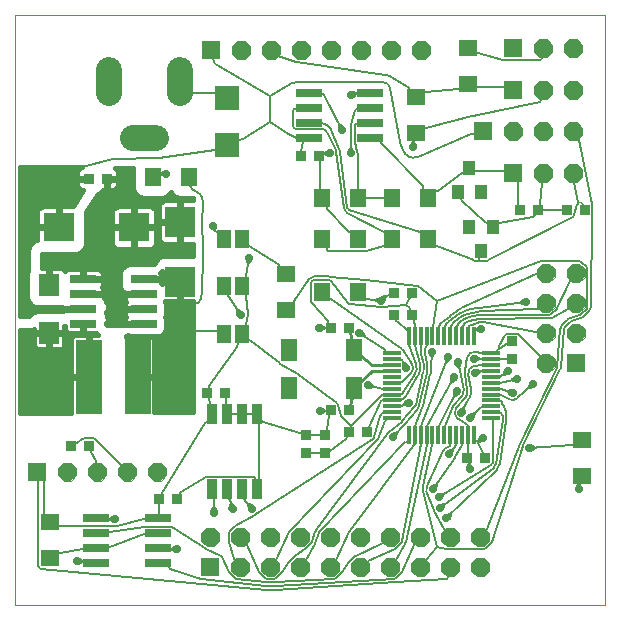
<source format=gtl>
G04 This is an RS-274x file exported by *
G04 gerbv version 2.6.1 *
G04 More information is available about gerbv at *
G04 http://gerbv.geda-project.org/ *
G04 --End of header info--*
%MOIN*%
%FSLAX34Y34*%
%IPPOS*%
G04 --Define apertures--*
%AMMACRO10*
21,1,0.058000,0.011000,0.000000,0.000000,0.000000*
%
%ADD10MACRO10*%
%AMMACRO11*
21,1,0.011000,0.058000,0.000000,0.000000,0.000000*
%
%ADD11MACRO11*%
%AMMACRO12*
21,1,0.086614,0.023622,0.000000,0.000000,0.000000*
%
%ADD12MACRO12*%
%AMMACRO13*
21,1,0.102362,0.094488,0.000000,0.000000,0.000000*
%
%ADD13MACRO13*%
%AMMACRO14*
21,1,0.098425,0.100394,0.000000,0.000000,0.000000*
%
%ADD14MACRO14*%
%AMMACRO15*
21,1,0.078740,0.078740,0.000000,0.000000,0.000000*
%
%ADD15MACRO15*%
%AMMACRO16*
21,1,0.031496,0.031496,0.000000,0.000000,0.000000*
%
%ADD16MACRO16*%
%AMMACRO17*
21,1,0.086614,0.248032,0.000000,0.000000,0.000000*
%
%ADD17MACRO17*%
%AMMACRO18*
21,1,0.066929,0.070866,0.000000,0.000000,0.000000*
%
%ADD18MACRO18*%
%AMMACRO19*
21,1,0.051181,0.062992,0.000000,0.000000,0.000000*
%
%ADD19MACRO19*%
%AMMACRO20*
21,1,0.060000,0.060000,0.000000,0.000000,0.000000*
%
%ADD20MACRO20*%
%AMMACRO21*
21,1,0.062992,0.051181,0.000000,0.000000,0.000000*
%
%ADD21MACRO21*%
%AMMACRO22*
21,1,0.051181,0.074803,0.000000,0.000000,0.000000*
%
%ADD22MACRO22*%
%AMMACRO23*
21,1,0.032000,0.066000,0.000000,0.000000,0.000000*
%
%ADD23MACRO23*%
%AMMACRO24*
21,1,0.039370,0.047244,0.000000,0.000000,0.000000*
%
%ADD24MACRO24*%
%AMMACRO25*
21,1,0.046000,0.063000,0.000000,0.000000,0.000000*
%
%ADD25MACRO25*%
%ADD26C,0.0000*%
%ADD27C,0.0060*%
%ADD28C,0.0000*%
%ADD29C,0.0100*%
%ADD30C,0.0157*%
%ADD31C,0.0236*%
%ADD32C,0.0276*%
%ADD33C,0.0860*%
G04 --Start main section--*
G36*
G01X0002888Y0013607D02*
G01X0002888Y0013563D01*
G01X0002888Y0012696D01*
G01X0002888Y0012618D01*
G01X0002888Y0012540D01*
G01X0002828Y0012395D01*
G01X0002717Y0012284D01*
G01X0002572Y0012224D01*
G01X0002494Y0012224D01*
G01X0002416Y0012224D01*
G01X0001470Y0012224D01*
G01X0001398Y0012224D01*
G01X0001398Y0011756D01*
G01X0001980Y0011756D01*
G01X0002026Y0011756D01*
G01X0002110Y0011722D01*
G01X0002174Y0011657D01*
G01X0002181Y0011640D01*
G01X0002213Y0011672D01*
G01X0002297Y0011707D01*
G01X0002343Y0011707D01*
G01X0003209Y0011707D01*
G01X0003254Y0011707D01*
G01X0003338Y0011672D01*
G01X0003402Y0011608D01*
G01X0003437Y0011524D01*
G01X0003437Y0011478D01*
G01X0003437Y0011242D01*
G01X0003437Y0011197D01*
G01X0003403Y0011113D01*
G01X0003400Y0011110D01*
G01X0003402Y0011108D01*
G01X0003437Y0011024D01*
G01X0003437Y0010978D01*
G01X0003437Y0010861D01*
G01X0004161Y0010861D01*
G01X0004161Y0010914D01*
G01X0004056Y0011019D01*
G01X0003996Y0011164D01*
G01X0003996Y0011242D01*
G01X0003996Y0011320D01*
G01X0003996Y0011478D01*
G01X0003996Y0011556D01*
G01X0004056Y0011701D01*
G01X0004166Y0011812D01*
G01X0004311Y0011872D01*
G01X0004390Y0011872D01*
G01X0005147Y0011872D01*
G01X0005194Y0011985D01*
G01X0005304Y0012095D01*
G01X0005449Y0012155D01*
G01X0005528Y0012156D01*
G01X0006434Y0012156D01*
G01X0006456Y0012156D01*
G01X0006456Y0012529D01*
G01X0005528Y0012529D01*
G01X0005482Y0012529D01*
G01X0005398Y0012564D01*
G01X0005334Y0012628D01*
G01X0005299Y0012712D01*
G01X0005299Y0012758D01*
G01X0005299Y0013762D01*
G01X0005299Y0013807D01*
G01X0005334Y0013891D01*
G01X0005398Y0013956D01*
G01X0005482Y0013991D01*
G01X0005528Y0013991D01*
G01X0006456Y0013991D01*
G01X0006456Y0014075D01*
G01X0006045Y0014075D01*
G01X0005967Y0014075D01*
G01X0005822Y0014135D01*
G01X0005711Y0014245D01*
G01X0005701Y0014270D01*
G01X0005690Y0014245D01*
G01X0005580Y0014135D01*
G01X0005435Y0014075D01*
G01X0005357Y0014075D01*
G01X0005278Y0014075D01*
G01X0004845Y0014075D01*
G01X0004767Y0014075D01*
G01X0004622Y0014135D01*
G01X0004511Y0014245D01*
G01X0004451Y0014390D01*
G01X0004451Y0014469D01*
G01X0004451Y0015072D01*
G01X0003850Y0015072D01*
G01X0003911Y0015012D01*
G01X0003946Y0014928D01*
G01X0003946Y0014882D01*
G01X0003946Y0014612D01*
G01X0003946Y0014567D01*
G01X0003946Y0014521D01*
G01X0003911Y0014437D01*
G01X0003847Y0014373D01*
G01X0003763Y0014338D01*
G01X0003717Y0014338D01*
G01X0003672Y0014338D01*
G01X0003445Y0014338D01*
G01X0003340Y0014233D01*
G01X0003237Y0014190D01*
G01X0002888Y0013607D01*
G37*
%LPC*%
G36*
G01X0003970Y0012389D02*
G01X0003925Y0012389D01*
G01X0003841Y0012424D01*
G01X0003777Y0012488D01*
G01X0003742Y0012572D01*
G01X0003742Y0012618D01*
G01X0003742Y0013563D01*
G01X0003742Y0013608D01*
G01X0003776Y0013692D01*
G01X0003841Y0013757D01*
G01X0003925Y0013792D01*
G01X0003970Y0013792D01*
G01X0004994Y0013792D01*
G01X0005039Y0013792D01*
G01X0005124Y0013757D01*
G01X0005188Y0013693D01*
G01X0005223Y0013609D01*
G01X0005223Y0013563D01*
G01X0005223Y0012664D01*
G01X0005223Y0012618D01*
G01X0005223Y0012573D01*
G01X0005188Y0012489D01*
G01X0005124Y0012424D01*
G01X0005040Y0012389D01*
G01X0004994Y0012389D01*
G01X0004949Y0012389D01*
G01X0003970Y0012389D01*
G37*
%LPD*%
G36*
G01X0000917Y0010819D02*
G01X0000917Y0010897D01*
G01X0000917Y0011528D01*
G01X0000917Y0011606D01*
G01X0000933Y0011644D01*
G01X0000925Y0011662D01*
G01X0000925Y0011756D01*
G01X0000925Y0012224D01*
G01X0000925Y0012318D01*
G01X0000997Y0012492D01*
G01X0001130Y0012625D01*
G01X0001242Y0012671D01*
G01X0001242Y0013563D01*
G01X0001242Y0013608D01*
G01X0001276Y0013692D01*
G01X0001341Y0013757D01*
G01X0001425Y0013792D01*
G01X0001470Y0013792D01*
G01X0002449Y0013792D01*
G01X0002449Y0013795D01*
G01X0002482Y0013850D01*
G01X0002775Y0014338D01*
G01X0002757Y0014338D01*
G01X0002673Y0014373D01*
G01X0002609Y0014437D01*
G01X0002574Y0014521D01*
G01X0002574Y0014567D01*
G01X0002574Y0014882D01*
G01X0002574Y0014927D01*
G01X0002608Y0015011D01*
G01X0002673Y0015076D01*
G01X0002731Y0015100D01*
G01X0000679Y0015100D01*
G01X0000679Y0010141D01*
G01X0000982Y0010141D01*
G01X0001088Y0010247D01*
G01X0001232Y0010307D01*
G01X0001311Y0010307D01*
G01X0001980Y0010307D01*
G01X0002058Y0010307D01*
G01X0002098Y0010291D01*
G01X0002114Y0010306D01*
G01X0002114Y0010414D01*
G01X0002090Y0010438D01*
G01X0002059Y0010425D01*
G01X0001980Y0010425D01*
G01X0001389Y0010425D01*
G01X0001311Y0010425D01*
G01X0001233Y0010425D01*
G01X0001088Y0010485D01*
G01X0000977Y0010596D01*
G01X0000917Y0010741D01*
G01X0000917Y0010819D01*
G01X0000917Y0010819D01*
G37*
G36*
G01X0005150Y0006927D02*
G01X0006456Y0006927D01*
G01X0006456Y0010640D01*
G01X0005528Y0010640D01*
G01X0005512Y0010640D01*
G01X0005500Y0010610D01*
G01X0005531Y0010533D01*
G01X0005531Y0010478D01*
G01X0005531Y0010242D01*
G01X0005532Y0010188D01*
G01X0005500Y0010110D01*
G01X0005531Y0010033D01*
G01X0005531Y0009978D01*
G01X0005531Y0009742D01*
G01X0005532Y0009688D01*
G01X0005490Y0009586D01*
G01X0005412Y0009509D01*
G01X0005311Y0009467D01*
G01X0005256Y0009467D01*
G01X0004445Y0009467D01*
G01X0004390Y0009467D01*
G01X0004335Y0009467D01*
G01X0004265Y0009496D01*
G01X0004232Y0009482D01*
G01X0004212Y0009482D01*
G01X0004212Y0009449D01*
G01X0004983Y0009449D01*
G01X0005031Y0009449D01*
G01X0005080Y0009449D01*
G01X0005150Y0009380D01*
G01X0005150Y0009331D01*
G01X0005150Y0009282D01*
G01X0005150Y0006927D01*
G01X0005150Y0006927D01*
G37*
G36*
G01X0001134Y0009693D02*
G01X0001076Y0009669D01*
G01X0000982Y0009669D01*
G01X0000679Y0009669D01*
G01X0000679Y0006900D01*
G01X0002374Y0006900D01*
G01X0002374Y0006924D01*
G01X0002374Y0009331D01*
G01X0002374Y0009366D01*
G01X0002401Y0009431D01*
G01X0002451Y0009481D01*
G01X0002516Y0009508D01*
G01X0002551Y0009508D01*
G01X0003263Y0009508D01*
G01X0003205Y0009565D01*
G01X0002416Y0009565D01*
G01X0002343Y0009565D01*
G01X0002269Y0009565D01*
G01X0002165Y0009669D01*
G01X0002165Y0009742D01*
G01X0002165Y0009816D01*
G01X0002165Y0009822D01*
G01X0002157Y0009821D01*
G01X0002157Y0009205D01*
G01X0002158Y0009170D01*
G01X0002131Y0009104D01*
G01X0002081Y0009055D01*
G01X0002016Y0009028D01*
G01X0001980Y0009028D01*
G01X0001384Y0009028D01*
G01X0001311Y0009028D01*
G01X0001238Y0009028D01*
G01X0001134Y0009131D01*
G01X0001134Y0009205D01*
G01X0001134Y0009278D01*
G01X0001134Y0009693D01*
G01X0001134Y0009693D01*
G37*
G36*
G01X0003602Y0009836D02*
G01X0004161Y0009836D01*
G01X0004161Y0009978D01*
G01X0004161Y0010024D01*
G01X0004196Y0010108D01*
G01X0004198Y0010110D01*
G01X0004196Y0010113D01*
G01X0004161Y0010197D01*
G01X0004161Y0010242D01*
G01X0004161Y0010288D01*
G01X0004161Y0010478D01*
G01X0004161Y0010524D01*
G01X0004196Y0010608D01*
G01X0004198Y0010610D01*
G01X0004196Y0010613D01*
G01X0004161Y0010697D01*
G01X0004161Y0010742D01*
G01X0004161Y0010756D01*
G01X0003487Y0010756D01*
G01X0003542Y0010702D01*
G01X0003602Y0010557D01*
G01X0003602Y0010478D01*
G01X0003602Y0010242D01*
G01X0003602Y0010164D01*
G01X0003580Y0010110D01*
G01X0003602Y0010057D01*
G01X0003602Y0009978D01*
G01X0003602Y0009836D01*
G01X0003602Y0009836D01*
G37*
G36*
G01X0013739Y0019128D02*
G01X0013915Y0019304D01*
G01X0014164Y0019304D01*
G01X0014339Y0019128D01*
G01X0014339Y0018880D01*
G01X0014164Y0018704D01*
G01X0013915Y0018704D01*
G01X0013739Y0018880D01*
G01X0013739Y0019128D01*
G37*
G36*
G01X0017806Y0015038D02*
G01X0017982Y0015213D01*
G01X0018231Y0015213D01*
G01X0018406Y0015038D01*
G01X0018406Y0014789D01*
G01X0018231Y0014613D01*
G01X0017982Y0014613D01*
G01X0017806Y0014789D01*
G01X0017806Y0015038D01*
G37*
G36*
G01X0018806Y0015038D02*
G01X0018982Y0015213D01*
G01X0019231Y0015213D01*
G01X0019406Y0015038D01*
G01X0019406Y0014789D01*
G01X0019231Y0014613D01*
G01X0018982Y0014613D01*
G01X0018806Y0014789D01*
G01X0018806Y0015038D01*
G37*
G36*
G01X0016810Y0016423D02*
G01X0016986Y0016599D01*
G01X0017234Y0016599D01*
G01X0017410Y0016423D01*
G01X0017410Y0016175D01*
G01X0017234Y0015999D01*
G01X0016986Y0015999D01*
G01X0016810Y0016175D01*
G01X0016810Y0016423D01*
G37*
G36*
G01X0017810Y0016423D02*
G01X0017986Y0016599D01*
G01X0018234Y0016599D01*
G01X0018410Y0016423D01*
G01X0018410Y0016175D01*
G01X0018234Y0015999D01*
G01X0017986Y0015999D01*
G01X0017810Y0016175D01*
G01X0017810Y0016423D01*
G37*
G36*
G01X0018810Y0016423D02*
G01X0018986Y0016599D01*
G01X0019234Y0016599D01*
G01X0019410Y0016423D01*
G01X0019410Y0016175D01*
G01X0019234Y0015999D01*
G01X0018986Y0015999D01*
G01X0018810Y0016175D01*
G01X0018810Y0016423D01*
G37*
G36*
G01X0018073Y0008275D02*
G01X0017897Y0008451D01*
G01X0017897Y0008699D01*
G01X0018073Y0008875D01*
G01X0018321Y0008875D01*
G01X0018497Y0008699D01*
G01X0018497Y0008451D01*
G01X0018321Y0008275D01*
G01X0018073Y0008275D01*
G37*
G36*
G01X0019073Y0009275D02*
G01X0018897Y0009451D01*
G01X0018897Y0009699D01*
G01X0019073Y0009875D01*
G01X0019321Y0009875D01*
G01X0019497Y0009699D01*
G01X0019497Y0009451D01*
G01X0019321Y0009275D01*
G01X0019073Y0009275D01*
G37*
G36*
G01X0018073Y0009275D02*
G01X0017897Y0009451D01*
G01X0017897Y0009699D01*
G01X0018073Y0009875D01*
G01X0018321Y0009875D01*
G01X0018497Y0009699D01*
G01X0018497Y0009451D01*
G01X0018321Y0009275D01*
G01X0018073Y0009275D01*
G37*
G36*
G01X0019073Y0010275D02*
G01X0018897Y0010451D01*
G01X0018897Y0010699D01*
G01X0019073Y0010875D01*
G01X0019321Y0010875D01*
G01X0019497Y0010699D01*
G01X0019497Y0010451D01*
G01X0019321Y0010275D01*
G01X0019073Y0010275D01*
G37*
G36*
G01X0018073Y0010275D02*
G01X0017897Y0010451D01*
G01X0017897Y0010699D01*
G01X0018073Y0010875D01*
G01X0018321Y0010875D01*
G01X0018497Y0010699D01*
G01X0018497Y0010451D01*
G01X0018321Y0010275D01*
G01X0018073Y0010275D01*
G37*
G36*
G01X0019073Y0011275D02*
G01X0018897Y0011451D01*
G01X0018897Y0011699D01*
G01X0019073Y0011875D01*
G01X0019321Y0011875D01*
G01X0019497Y0011699D01*
G01X0019497Y0011451D01*
G01X0019321Y0011275D01*
G01X0019073Y0011275D01*
G37*
G36*
G01X0018073Y0011275D02*
G01X0017897Y0011451D01*
G01X0017897Y0011699D01*
G01X0018073Y0011875D01*
G01X0018321Y0011875D01*
G01X0018497Y0011699D01*
G01X0018497Y0011451D01*
G01X0018321Y0011275D01*
G01X0018073Y0011275D01*
G37*
G36*
G01X0001956Y0004829D02*
G01X0002132Y0004653D01*
G01X0002380Y0004653D01*
G01X0002556Y0004829D01*
G01X0002556Y0005077D01*
G01X0002380Y0005253D01*
G01X0002132Y0005253D01*
G01X0001956Y0005077D01*
G01X0001956Y0004829D01*
G37*
G36*
G01X0002956Y0004829D02*
G01X0003132Y0004653D01*
G01X0003380Y0004653D01*
G01X0003556Y0004829D01*
G01X0003556Y0005077D01*
G01X0003380Y0005253D01*
G01X0003132Y0005253D01*
G01X0002956Y0005077D01*
G01X0002956Y0004829D01*
G37*
G36*
G01X0003956Y0004829D02*
G01X0004132Y0004653D01*
G01X0004380Y0004653D01*
G01X0004556Y0004829D01*
G01X0004556Y0005077D01*
G01X0004380Y0005253D01*
G01X0004132Y0005253D01*
G01X0003956Y0005077D01*
G01X0003956Y0004829D01*
G37*
G36*
G01X0004956Y0004829D02*
G01X0005132Y0004653D01*
G01X0005380Y0004653D01*
G01X0005556Y0004829D01*
G01X0005556Y0005077D01*
G01X0005380Y0005253D01*
G01X0005132Y0005253D01*
G01X0004956Y0005077D01*
G01X0004956Y0004829D01*
G37*
G36*
G01X0017806Y0017801D02*
G01X0017982Y0017977D01*
G01X0018231Y0017977D01*
G01X0018406Y0017801D01*
G01X0018406Y0017553D01*
G01X0018231Y0017377D01*
G01X0017982Y0017377D01*
G01X0017806Y0017553D01*
G01X0017806Y0017801D01*
G37*
G36*
G01X0018806Y0017801D02*
G01X0018982Y0017977D01*
G01X0019231Y0017977D01*
G01X0019406Y0017801D01*
G01X0019406Y0017553D01*
G01X0019231Y0017377D01*
G01X0018982Y0017377D01*
G01X0018806Y0017553D01*
G01X0018806Y0017801D01*
G37*
G36*
G01X0017810Y0019183D02*
G01X0017986Y0019359D01*
G01X0018234Y0019359D01*
G01X0018410Y0019183D01*
G01X0018410Y0018935D01*
G01X0018234Y0018759D01*
G01X0017986Y0018759D01*
G01X0017810Y0018935D01*
G01X0017810Y0019183D01*
G37*
G36*
G01X0018810Y0019183D02*
G01X0018986Y0019359D01*
G01X0019234Y0019359D01*
G01X0019410Y0019183D01*
G01X0019410Y0018935D01*
G01X0019234Y0018759D01*
G01X0018986Y0018759D01*
G01X0018810Y0018935D01*
G01X0018810Y0019183D01*
G37*
G36*
G01X0006724Y0002896D02*
G01X0006899Y0003072D01*
G01X0007148Y0003072D01*
G01X0007324Y0002896D01*
G01X0007324Y0002647D01*
G01X0007148Y0002472D01*
G01X0006899Y0002472D01*
G01X0006724Y0002647D01*
G01X0006724Y0002896D01*
G37*
G36*
G01X0007724Y0001896D02*
G01X0007899Y0002072D01*
G01X0008148Y0002072D01*
G01X0008324Y0001896D01*
G01X0008324Y0001647D01*
G01X0008148Y0001472D01*
G01X0007899Y0001472D01*
G01X0007724Y0001647D01*
G01X0007724Y0001896D01*
G37*
G36*
G01X0007724Y0002896D02*
G01X0007899Y0003072D01*
G01X0008148Y0003072D01*
G01X0008324Y0002896D01*
G01X0008324Y0002647D01*
G01X0008148Y0002472D01*
G01X0007899Y0002472D01*
G01X0007724Y0002647D01*
G01X0007724Y0002896D01*
G37*
G36*
G01X0008724Y0001896D02*
G01X0008899Y0002072D01*
G01X0009148Y0002072D01*
G01X0009324Y0001896D01*
G01X0009324Y0001647D01*
G01X0009148Y0001472D01*
G01X0008899Y0001472D01*
G01X0008724Y0001647D01*
G01X0008724Y0001896D01*
G37*
G36*
G01X0008724Y0002896D02*
G01X0008899Y0003072D01*
G01X0009148Y0003072D01*
G01X0009324Y0002896D01*
G01X0009324Y0002647D01*
G01X0009148Y0002472D01*
G01X0008899Y0002472D01*
G01X0008724Y0002647D01*
G01X0008724Y0002896D01*
G37*
G36*
G01X0009724Y0001896D02*
G01X0009899Y0002072D01*
G01X0010148Y0002072D01*
G01X0010324Y0001896D01*
G01X0010324Y0001647D01*
G01X0010148Y0001472D01*
G01X0009899Y0001472D01*
G01X0009724Y0001647D01*
G01X0009724Y0001896D01*
G37*
G36*
G01X0009724Y0002896D02*
G01X0009899Y0003072D01*
G01X0010148Y0003072D01*
G01X0010324Y0002896D01*
G01X0010324Y0002647D01*
G01X0010148Y0002472D01*
G01X0009899Y0002472D01*
G01X0009724Y0002647D01*
G01X0009724Y0002896D01*
G37*
G36*
G01X0010724Y0001896D02*
G01X0010899Y0002072D01*
G01X0011148Y0002072D01*
G01X0011324Y0001896D01*
G01X0011324Y0001647D01*
G01X0011148Y0001472D01*
G01X0010899Y0001472D01*
G01X0010724Y0001647D01*
G01X0010724Y0001896D01*
G37*
G36*
G01X0010724Y0002896D02*
G01X0010899Y0003072D01*
G01X0011148Y0003072D01*
G01X0011324Y0002896D01*
G01X0011324Y0002647D01*
G01X0011148Y0002472D01*
G01X0010899Y0002472D01*
G01X0010724Y0002647D01*
G01X0010724Y0002896D01*
G37*
G36*
G01X0011724Y0001896D02*
G01X0011899Y0002072D01*
G01X0012148Y0002072D01*
G01X0012324Y0001896D01*
G01X0012324Y0001647D01*
G01X0012148Y0001472D01*
G01X0011899Y0001472D01*
G01X0011724Y0001647D01*
G01X0011724Y0001896D01*
G37*
G36*
G01X0011724Y0002896D02*
G01X0011899Y0003072D01*
G01X0012148Y0003072D01*
G01X0012324Y0002896D01*
G01X0012324Y0002647D01*
G01X0012148Y0002472D01*
G01X0011899Y0002472D01*
G01X0011724Y0002647D01*
G01X0011724Y0002896D01*
G37*
G36*
G01X0012724Y0001896D02*
G01X0012899Y0002072D01*
G01X0013148Y0002072D01*
G01X0013324Y0001896D01*
G01X0013324Y0001647D01*
G01X0013148Y0001472D01*
G01X0012899Y0001472D01*
G01X0012724Y0001647D01*
G01X0012724Y0001896D01*
G37*
G36*
G01X0012724Y0002896D02*
G01X0012899Y0003072D01*
G01X0013148Y0003072D01*
G01X0013324Y0002896D01*
G01X0013324Y0002647D01*
G01X0013148Y0002472D01*
G01X0012899Y0002472D01*
G01X0012724Y0002647D01*
G01X0012724Y0002896D01*
G37*
G36*
G01X0013724Y0001896D02*
G01X0013899Y0002072D01*
G01X0014148Y0002072D01*
G01X0014324Y0001896D01*
G01X0014324Y0001647D01*
G01X0014148Y0001472D01*
G01X0013899Y0001472D01*
G01X0013724Y0001647D01*
G01X0013724Y0001896D01*
G37*
G36*
G01X0013724Y0002896D02*
G01X0013899Y0003072D01*
G01X0014148Y0003072D01*
G01X0014324Y0002896D01*
G01X0014324Y0002647D01*
G01X0014148Y0002472D01*
G01X0013899Y0002472D01*
G01X0013724Y0002647D01*
G01X0013724Y0002896D01*
G37*
G36*
G01X0014724Y0001896D02*
G01X0014899Y0002072D01*
G01X0015148Y0002072D01*
G01X0015324Y0001896D01*
G01X0015324Y0001647D01*
G01X0015148Y0001472D01*
G01X0014899Y0001472D01*
G01X0014724Y0001647D01*
G01X0014724Y0001896D01*
G37*
G36*
G01X0014724Y0002896D02*
G01X0014899Y0003072D01*
G01X0015148Y0003072D01*
G01X0015324Y0002896D01*
G01X0015324Y0002647D01*
G01X0015148Y0002472D01*
G01X0014899Y0002472D01*
G01X0014724Y0002647D01*
G01X0014724Y0002896D01*
G37*
G36*
G01X0015724Y0001896D02*
G01X0015899Y0002072D01*
G01X0016148Y0002072D01*
G01X0016324Y0001896D01*
G01X0016324Y0001647D01*
G01X0016148Y0001472D01*
G01X0015899Y0001472D01*
G01X0015724Y0001647D01*
G01X0015724Y0001896D01*
G37*
G36*
G01X0015724Y0002896D02*
G01X0015899Y0003072D01*
G01X0016148Y0003072D01*
G01X0016324Y0002896D01*
G01X0016324Y0002647D01*
G01X0016148Y0002472D01*
G01X0015899Y0002472D01*
G01X0015724Y0002647D01*
G01X0015724Y0002896D01*
G37*
G36*
G01X0007739Y0019128D02*
G01X0007915Y0019304D01*
G01X0008164Y0019304D01*
G01X0008339Y0019128D01*
G01X0008339Y0018880D01*
G01X0008164Y0018704D01*
G01X0007915Y0018704D01*
G01X0007739Y0018880D01*
G01X0007739Y0019128D01*
G37*
G36*
G01X0008739Y0019128D02*
G01X0008915Y0019304D01*
G01X0009164Y0019304D01*
G01X0009339Y0019128D01*
G01X0009339Y0018880D01*
G01X0009164Y0018704D01*
G01X0008915Y0018704D01*
G01X0008739Y0018880D01*
G01X0008739Y0019128D01*
G37*
G36*
G01X0009739Y0019128D02*
G01X0009915Y0019304D01*
G01X0010164Y0019304D01*
G01X0010339Y0019128D01*
G01X0010339Y0018880D01*
G01X0010164Y0018704D01*
G01X0009915Y0018704D01*
G01X0009739Y0018880D01*
G01X0009739Y0019128D01*
G37*
G36*
G01X0010739Y0019128D02*
G01X0010915Y0019304D01*
G01X0011164Y0019304D01*
G01X0011339Y0019128D01*
G01X0011339Y0018880D01*
G01X0011164Y0018704D01*
G01X0010915Y0018704D01*
G01X0010739Y0018880D01*
G01X0010739Y0019128D01*
G37*
G36*
G01X0011739Y0019128D02*
G01X0011915Y0019304D01*
G01X0012164Y0019304D01*
G01X0012339Y0019128D01*
G01X0012339Y0018880D01*
G01X0012164Y0018704D01*
G01X0011915Y0018704D01*
G01X0011739Y0018880D01*
G01X0011739Y0019128D01*
G37*
G36*
G01X0012739Y0019128D02*
G01X0012915Y0019304D01*
G01X0013164Y0019304D01*
G01X0013339Y0019128D01*
G01X0013339Y0018880D01*
G01X0013164Y0018704D01*
G01X0012915Y0018704D01*
G01X0012739Y0018880D01*
G01X0012739Y0019128D01*
G37*
G36*
G01X0005409Y0011633D02*
G01X0005388Y0011607D01*
G01X0005332Y0011569D01*
G01X0005374Y0011527D01*
G01X0005374Y0011478D01*
G01X0005374Y0011242D01*
G01X0005374Y0011228D01*
G01X0005409Y0011213D01*
G01X0005409Y0011633D01*
G01X0005409Y0011633D01*
G37*
G54D10*
G01X0016384Y0008899D03*
G01X0016384Y0008709D03*
G01X0016384Y0008509D03*
G01X0016384Y0008309D03*
G01X0016384Y0008119D03*
G01X0016384Y0007919D03*
G01X0016384Y0007719D03*
G01X0016384Y0007519D03*
G01X0016384Y0007329D03*
G01X0016384Y0007129D03*
G01X0016384Y0006929D03*
G01X0016384Y0006739D03*
G01X0013064Y0006739D03*
G01X0013064Y0006929D03*
G01X0013064Y0007129D03*
G01X0013064Y0007329D03*
G01X0013064Y0007519D03*
G01X0013064Y0007719D03*
G01X0013064Y0007919D03*
G01X0013064Y0008119D03*
G01X0013064Y0008309D03*
G01X0013064Y0008509D03*
G01X0013064Y0008709D03*
G01X0013064Y0008899D03*
G54D11*
G01X0013644Y0009479D03*
G01X0013834Y0009479D03*
G01X0014034Y0009479D03*
G01X0014234Y0009479D03*
G01X0014424Y0009479D03*
G01X0014624Y0009479D03*
G01X0014824Y0009479D03*
G01X0015024Y0009479D03*
G01X0015214Y0009479D03*
G01X0015414Y0009479D03*
G01X0015614Y0009479D03*
G01X0015804Y0009479D03*
G01X0015804Y0006159D03*
G01X0015614Y0006159D03*
G01X0015414Y0006159D03*
G01X0015214Y0006159D03*
G01X0015024Y0006159D03*
G01X0014824Y0006159D03*
G01X0014624Y0006159D03*
G01X0014424Y0006159D03*
G01X0014234Y0006159D03*
G01X0014034Y0006159D03*
G01X0013834Y0006159D03*
G01X0013644Y0006159D03*
G54D12*
G01X0005264Y0001915D03*
G01X0005264Y0002415D03*
G01X0005264Y0003415D03*
G01X0003217Y0001915D03*
G01X0003217Y0002415D03*
G01X0003217Y0003415D03*
G01X0005264Y0002915D03*
G01X0003217Y0002915D03*
G01X0010303Y0017589D03*
G01X0010303Y0017089D03*
G01X0010303Y0016089D03*
G01X0012350Y0017589D03*
G01X0012350Y0017089D03*
G01X0012350Y0016089D03*
G01X0010303Y0016589D03*
G01X0012350Y0016589D03*
G01X0002776Y0011360D03*
G01X0002776Y0010860D03*
G01X0002776Y0009860D03*
G01X0004823Y0011360D03*
G01X0004823Y0010860D03*
G01X0004823Y0009860D03*
G01X0002776Y0010360D03*
G01X0004823Y0010360D03*
G54D13*
G01X0004482Y0013091D03*
G01X0001982Y0013091D03*
G54D14*
G01X0006020Y0013260D03*
G01X0006020Y0011260D03*
G54D15*
G01X0007579Y0017409D03*
G01X0007579Y0015835D03*
G54D16*
G01X0019501Y0013689D03*
G01X0018901Y0013689D03*
G01X0017326Y0013689D03*
G01X0017926Y0013689D03*
G01X0013125Y0010906D03*
G01X0013725Y0010906D03*
G01X0006893Y0007587D03*
G01X0007493Y0007587D03*
G01X0011027Y0006996D03*
G01X0011627Y0006996D03*
G01X0011027Y0009752D03*
G01X0011627Y0009752D03*
G01X0005318Y0004043D03*
G01X0005918Y0004043D03*
G01X0010043Y0015461D03*
G01X0010643Y0015461D03*
G01X0002965Y0005815D03*
G01X0002365Y0005815D03*
G01X0015578Y0005413D03*
G01X0016178Y0005413D03*
G01X0010854Y0006186D03*
G01X0010854Y0005586D03*
G01X0017087Y0009300D03*
G01X0017087Y0008700D03*
G01X0011641Y0006280D03*
G01X0012241Y0006280D03*
G01X0013149Y0010181D03*
G01X0013749Y0010181D03*
G01X0010197Y0006170D03*
G01X0010197Y0005570D03*
G01X0002960Y0014724D03*
G01X0003560Y0014724D03*
G54D17*
G01X0002984Y0008091D03*
G01X0004598Y0008091D03*
G54D18*
G01X0001646Y0011173D03*
G01X0001646Y0009559D03*
G54D19*
G01X0011927Y0010933D03*
G01X0010727Y0010933D03*
G01X0010727Y0012705D03*
G01X0011927Y0012705D03*
G01X0011927Y0014083D03*
G01X0010727Y0014083D03*
G01X0013089Y0012705D03*
G01X0014289Y0012705D03*
G01X0013089Y0014083D03*
G01X0014289Y0014083D03*
G01X0006301Y0014783D03*
G01X0005101Y0014783D03*
G54D20*
G01X0007039Y0019004D03*
G01X0007024Y0001772D03*
G01X0017110Y0019059D03*
G01X0017106Y0017677D03*
G01X0001256Y0004953D03*
G01X0019197Y0008575D03*
G01X0016110Y0016299D03*
G01X0017106Y0014913D03*
G54D21*
G01X0009555Y0011533D03*
G01X0009555Y0010333D03*
G01X0015606Y0017888D03*
G01X0015606Y0019088D03*
G01X0013886Y0016239D03*
G01X0013886Y0017439D03*
G01X0019398Y0006021D03*
G01X0019398Y0004821D03*
G01X0001681Y0002065D03*
G01X0001681Y0003265D03*
G54D22*
G01X0011819Y0007744D03*
G01X0009654Y0007744D03*
G01X0009654Y0009004D03*
G01X0011819Y0009004D03*
G54D23*
G01X0007587Y0006868D03*
G01X0007087Y0006868D03*
G01X0008087Y0006868D03*
G01X0008587Y0006868D03*
G01X0008587Y0004368D03*
G01X0008087Y0004368D03*
G01X0007587Y0004368D03*
G01X0007087Y0004368D03*
G54D24*
G01X0016051Y0014280D03*
G01X0015264Y0014280D03*
G01X0015657Y0015067D03*
G01X0015657Y0013098D03*
G01X0016445Y0013098D03*
G01X0016051Y0012311D03*
G54D25*
G01X0008083Y0012705D03*
G01X0007483Y0012705D03*
G01X0008083Y0011130D03*
G01X0007483Y0011130D03*
G01X0008083Y0009555D03*
G01X0007483Y0009555D03*
G54D26*
G01X0000500Y0020185D02*
G01X0000500Y0000500D01*
G01X0020185Y0020185D02*
G01X0000500Y0020185D01*
G01X0020185Y0000500D02*
G01X0020185Y0020185D01*
G01X0000500Y0000500D02*
G01X0020185Y0000500D01*
G54D27*
G01X0008283Y0012480D02*
G01X0008083Y0012705D01*
G01X0008313Y0012480D02*
G01X0008283Y0012480D01*
G01X0009288Y0011865D02*
G01X0008313Y0012480D01*
G01X0009330Y0011789D02*
G75*
G03X0009288Y0011865I-000090J0000000D01*
G01X0009330Y0011759D02*
G01X0009330Y0011789D01*
G01X0009555Y0011533D02*
G01X0009330Y0011759D01*
G01X0005357Y0014888D02*
G01X0005555Y0014888D01*
G01X0005327Y0014888D02*
G01X0005357Y0014888D01*
G01X0005101Y0014783D02*
G01X0005327Y0014888D01*
G01X0019291Y0004595D02*
G01X0019398Y0004821D01*
G01X0019291Y0004565D02*
G01X0019291Y0004595D01*
G01X0019291Y0004366D02*
G01X0019291Y0004565D01*
G01X0019075Y0005855D02*
G01X0017650Y0005736D01*
G01X0019083Y0005855D02*
G75*
G03X0019075Y0005855I0000000J-000090D01*
G01X0019113Y0005855D02*
G01X0019083Y0005855D01*
G01X0019398Y0006021D02*
G01X0019113Y0005855D01*
G01X0013324Y0008709D02*
G01X0013064Y0008709D01*
G01X0013354Y0008709D02*
G01X0013324Y0008709D01*
G01X0013403Y0008680D02*
G75*
G03X0013354Y0008709I-000048J-000026D01*
G01X0013551Y0008409D02*
G01X0013403Y0008680D01*
G01X0014034Y0009219D02*
G01X0014034Y0009479D01*
G01X0014034Y0009189D02*
G01X0014034Y0009219D01*
G01X0014035Y0009185D02*
G01X0014034Y0009189D01*
G01X0014050Y0008935D02*
G01X0014035Y0009185D01*
G01X0014050Y0008935D02*
G75*
G03X0014056Y0008889I0000348J0000022D01*
G01X0014129Y0008524D02*
G01X0014056Y0008889D01*
G01X0014124Y0008272D02*
G75*
G03X0014129Y0008524I-000572J0000137D01*
G01X0013863Y0007187D02*
G01X0014124Y0008272D01*
G01X0013816Y0007094D02*
G75*
G03X0013863Y0007187I-000175J0000147D01*
G01X0013423Y0006626D02*
G01X0013816Y0007094D01*
G01X0013409Y0006612D02*
G75*
G03X0013423Y0006626I-000054J0000072D01*
G01X0012976Y0006284D02*
G01X0013409Y0006612D01*
G01X0012976Y0006284D02*
G75*
G03X0012931Y0006238I0000138J-000182D01*
G01X0010554Y0003021D02*
G01X0012931Y0006238D01*
G01X0010554Y0003021D02*
G75*
G03X0010524Y0002963I0000169J-000125D01*
G01X0010409Y0002619D02*
G01X0010524Y0002963D01*
G01X0010387Y0002584D02*
G75*
G03X0010409Y0002619I-000064J0000064D01*
G01X0010212Y0002408D02*
G01X0010387Y0002584D01*
G01X0010200Y0002398D02*
G75*
G03X0010212Y0002408I-000053J0000073D01*
G01X0009847Y0002145D02*
G01X0010200Y0002398D01*
G01X0009847Y0002145D02*
G75*
G03X0009836Y0002135I0000053J-000073D01*
G01X0009660Y0001960D02*
G01X0009836Y0002135D01*
G01X0009660Y0001960D02*
G75*
G03X0009650Y0001948I0000064J-000064D01*
G01X0009397Y0001595D02*
G01X0009650Y0001948D01*
G01X0009387Y0001584D02*
G75*
G03X0009397Y0001595I-000064J0000064D01*
G01X0009212Y0001408D02*
G01X0009387Y0001584D01*
G01X0009148Y0001381D02*
G75*
G03X0009212Y0001408I0000000J0000090D01*
G01X0008899Y0001381D02*
G01X0009148Y0001381D01*
G01X0008836Y0001408D02*
G75*
G03X0008899Y0001381I0000064J0000064D01*
G01X0008660Y0001584D02*
G01X0008836Y0001408D01*
G01X0008642Y0001610D02*
G75*
G03X0008660Y0001584I0000082J0000038D01*
G01X0008230Y0002509D02*
G01X0008642Y0001610D01*
G01X0008230Y0002509D02*
G75*
G03X0008212Y0002535I-000082J-000038D01*
G01X0008212Y0002535D02*
G01X0008212Y0002535D01*
G01X0008190Y0002557D02*
G01X0008212Y0002535D01*
G01X0008024Y0002772D02*
G01X0008190Y0002557D01*
G01X0014234Y0009219D02*
G01X0014234Y0009479D01*
G01X0014234Y0009189D02*
G01X0014234Y0009219D01*
G01X0014231Y0009171D02*
G75*
G03X0014234Y0009189I-000052J0000018D01*
G01X0014183Y0009032D02*
G01X0014231Y0009171D01*
G01X0014183Y0009032D02*
G75*
G03X0014174Y0008912I0000215J-000076D01*
G01X0014246Y0008547D02*
G01X0014174Y0008912D01*
G01X0014240Y0008244D02*
G75*
G03X0014246Y0008547I-000689J0000165D01*
G01X0013980Y0007159D02*
G01X0014240Y0008244D01*
G01X0013908Y0007016D02*
G75*
G03X0013980Y0007159I-000267J0000224D01*
G01X0013516Y0006549D02*
G01X0013908Y0007016D01*
G01X0013511Y0006543D02*
G75*
G03X0013516Y0006549I-000156J0000141D01*
G01X0013114Y0006102D02*
G01X0013511Y0006543D01*
G01X0014425Y0009778D02*
G01X0014563Y0010626D01*
G01X0014425Y0009778D02*
G75*
G03X0014424Y0009769I0000054J-000009D01*
G01X0014424Y0009739D02*
G01X0014424Y0009769D01*
G01X0014424Y0009479D02*
G01X0014424Y0009739D01*
G01X0013940Y0011133D02*
G01X0014563Y0010626D01*
G01X0013940Y0011133D02*
G75*
G03X0013892Y0011153I-000057J-000070D01*
G01X0012192Y0011338D02*
G01X0013892Y0011153D01*
G01X0012192Y0011338D02*
G01X0012192Y0011338D01*
G01X0011004Y0011457D02*
G01X0012192Y0011338D01*
G01X0011004Y0011457D02*
G75*
G03X0010983Y0011458I-000021J-000209D01*
G01X0010471Y0011458D02*
G01X0010983Y0011458D01*
G01X0010471Y0011458D02*
G75*
G03X0010298Y0011367I0000000J-000210D01*
G01X0009796Y0010640D02*
G01X0010298Y0011367D01*
G01X0009796Y0010640D02*
G75*
G03X0009780Y0010589I0000074J-000051D01*
G01X0009780Y0010559D02*
G01X0009780Y0010589D01*
G01X0009555Y0010333D02*
G01X0009780Y0010559D01*
G01X0018040Y0011959D02*
G01X0014563Y0010626D01*
G01X0018073Y0011965D02*
G75*
G03X0018040Y0011959I0000000J-000090D01*
G01X0019321Y0011965D02*
G01X0018073Y0011965D01*
G01X0019385Y0011939D02*
G75*
G03X0019321Y0011965I-000064J-000064D01*
G01X0019561Y0011763D02*
G01X0019385Y0011939D01*
G01X0019587Y0011699D02*
G75*
G03X0019561Y0011763I-000090J0000000D01*
G01X0019587Y0010451D02*
G01X0019587Y0011699D01*
G01X0019561Y0010387D02*
G75*
G03X0019587Y0010451I-000064J0000064D01*
G01X0019385Y0010211D02*
G01X0019561Y0010387D01*
G01X0019350Y0010189D02*
G75*
G03X0019385Y0010211I-000029J0000086D01*
G01X0019006Y0010074D02*
G01X0019350Y0010189D01*
G01X0019006Y0010074D02*
G75*
G03X0018924Y0010024I0000067J-000200D01*
G01X0018748Y0009848D02*
G01X0018924Y0010024D01*
G01X0018748Y0009848D02*
G75*
G03X0018687Y0009716I0000149J-000149D01*
G01X0018587Y0008443D02*
G01X0018687Y0009716D01*
G01X0018578Y0008411D02*
G75*
G03X0018587Y0008443I-000081J0000040D01*
G01X0017337Y0005890D02*
G01X0018578Y0008411D01*
G01X0017337Y0005890D02*
G75*
G03X0017325Y0005862I0000312J-000154D01*
G01X0016232Y0003039D02*
G01X0017325Y0005862D01*
G01X0016212Y0003008D02*
G75*
G03X0016232Y0003039I-000064J0000063D01*
G01X0016212Y0003008D02*
G01X0016212Y0003008D01*
G01X0016190Y0002987D02*
G01X0016212Y0003008D01*
G01X0016024Y0002772D02*
G01X0016190Y0002987D01*
G01X0016644Y0008119D02*
G01X0016384Y0008119D01*
G01X0016674Y0008119D02*
G01X0016644Y0008119D01*
G01X0016674Y0008119D02*
G75*
G03X0016707Y0008130I0000000J0000055D01*
G01X0016948Y0008308D02*
G01X0016707Y0008130D01*
G01X0016644Y0007919D02*
G01X0016384Y0007919D01*
G01X0016674Y0007919D02*
G01X0016644Y0007919D01*
G01X0016674Y0007919D02*
G75*
G03X0016687Y0007920I0000000J0000055D01*
G01X0017235Y0008046D02*
G01X0016687Y0007920D01*
G01X0016644Y0007719D02*
G01X0016384Y0007719D01*
G01X0016674Y0007719D02*
G01X0016644Y0007719D01*
G01X0016694Y0007715D02*
G75*
G03X0016674Y0007719I-000019J-000052D01*
G01X0017092Y0007568D02*
G01X0016694Y0007715D01*
G01X0016644Y0007519D02*
G01X0016384Y0007519D01*
G01X0016674Y0007519D02*
G01X0016644Y0007519D01*
G01X0016699Y0007513D02*
G75*
G03X0016674Y0007519I-000025J-000049D01*
G01X0016988Y0007365D02*
G01X0016699Y0007513D01*
G01X0016988Y0007365D02*
G75*
G03X0017245Y0007399I0000104J0000203D01*
G01X0017789Y0007890D02*
G01X0017245Y0007399D01*
G01X0014882Y0002383D02*
G01X0014587Y0002441D01*
G01X0014882Y0002383D02*
G75*
G03X0014899Y0002381I0000017J0000089D01*
G01X0016148Y0002381D02*
G01X0014899Y0002381D01*
G01X0016148Y0002381D02*
G75*
G03X0016212Y0002408I0000000J0000090D01*
G01X0016387Y0002584D02*
G01X0016212Y0002408D01*
G01X0016387Y0002584D02*
G75*
G03X0016409Y0002620I-000064J0000064D01*
G01X0017433Y0005806D02*
G01X0016409Y0002620D01*
G01X0017445Y0005837D02*
G75*
G03X0017433Y0005806I0000205J-000101D01*
G01X0018686Y0008358D02*
G01X0017445Y0005837D01*
G01X0018686Y0008358D02*
G75*
G03X0018707Y0008434I-000189J0000093D01*
G01X0018807Y0009706D02*
G01X0018707Y0008434D01*
G01X0018833Y0009763D02*
G75*
G03X0018807Y0009706I0000064J-000064D01*
G01X0019009Y0009939D02*
G01X0018833Y0009763D01*
G01X0019044Y0009960D02*
G75*
G03X0019009Y0009939I0000029J-000086D01*
G01X0019388Y0010075D02*
G01X0019044Y0009960D01*
G01X0019388Y0010075D02*
G75*
G03X0019470Y0010126I-000067J0000200D01*
G01X0019646Y0010302D02*
G01X0019470Y0010126D01*
G01X0019646Y0010302D02*
G75*
G03X0019707Y0010448I-000149J0000149D01*
G01X0019748Y0013530D02*
G01X0019707Y0010448D01*
G01X0019748Y0013531D02*
G01X0019748Y0013530D01*
G01X0019748Y0013846D02*
G01X0019748Y0013531D01*
G01X0019748Y0013846D02*
G75*
G03X0019747Y0013864I-000090J0000000D01*
G01X0019323Y0016017D02*
G01X0019747Y0013864D01*
G01X0019323Y0016017D02*
G75*
G03X0019299Y0016063I-000089J-000017D01*
G01X0019298Y0016063D02*
G01X0019299Y0016063D01*
G01X0019277Y0016084D02*
G01X0019298Y0016063D01*
G01X0019110Y0016299D02*
G01X0019277Y0016084D01*
G01X0014216Y0002013D02*
G01X0014587Y0002441D01*
G01X0014213Y0002009D02*
G75*
G03X0014216Y0002013I-000065J0000062D01*
G01X0014211Y0002008D02*
G01X0014213Y0002009D01*
G01X0014190Y0001987D02*
G01X0014211Y0002008D01*
G01X0014024Y0001772D02*
G01X0014190Y0001987D01*
G01X0014424Y0005899D02*
G01X0014424Y0006159D01*
G01X0014424Y0005869D02*
G01X0014424Y0005899D01*
G01X0014423Y0005856D02*
G75*
G03X0014424Y0005869I-000054J0000012D01*
G01X0014098Y0004461D02*
G01X0014423Y0005856D01*
G01X0014098Y0004461D02*
G75*
G03X0014100Y0004293I0000339J-000079D01*
G01X0014587Y0002441D02*
G01X0014100Y0004293D01*
G01X0014234Y0005899D02*
G01X0014234Y0006159D01*
G01X0014234Y0005869D02*
G01X0014234Y0005899D01*
G01X0014233Y0005857D02*
G75*
G03X0014234Y0005869I-000054J0000012D01*
G01X0013529Y0002603D02*
G01X0014233Y0005857D01*
G01X0013508Y0002546D02*
G75*
G03X0013529Y0002603I-000184J0000102D01*
G01X0013211Y0002008D02*
G01X0013508Y0002546D01*
G01X0013190Y0001987D02*
G01X0013211Y0002008D01*
G01X0013024Y0001772D02*
G01X0013190Y0001987D01*
G01X0014234Y0006419D02*
G01X0014234Y0006159D01*
G01X0014234Y0006449D02*
G01X0014234Y0006419D01*
G01X0014241Y0006475D02*
G75*
G03X0014234Y0006449I0000048J-000027D01*
G01X0015143Y0008108D02*
G01X0014241Y0006475D01*
G01X0013619Y0005959D02*
G01X0013644Y0006159D01*
G01X0013589Y0005959D02*
G01X0013619Y0005959D01*
G01X0013589Y0005959D02*
G75*
G03X0013524Y0005931I0000000J-000090D01*
G01X0010659Y0002959D02*
G01X0013524Y0005931D01*
G01X0010659Y0002959D02*
G75*
G03X0010638Y0002924I0000065J-000063D01*
G01X0010523Y0002581D02*
G01X0010638Y0002924D01*
G01X0010508Y0002546D02*
G75*
G03X0010523Y0002581I-000184J0000102D01*
G01X0010211Y0002008D02*
G01X0010508Y0002546D01*
G01X0010190Y0001987D02*
G01X0010211Y0002008D01*
G01X0010024Y0001772D02*
G01X0010190Y0001987D01*
G01X0012865Y0006714D02*
G01X0013064Y0006739D01*
G01X0012865Y0006684D02*
G01X0012865Y0006714D01*
G01X0012857Y0006648D02*
G75*
G03X0012865Y0006684I-000083J0000036D01*
G01X0012591Y0006038D02*
G01X0012857Y0006648D01*
G01X0012550Y0005976D02*
G75*
G03X0012591Y0006038I-000152J0000146D01*
G01X0009659Y0002958D02*
G01X0012550Y0005976D01*
G01X0009659Y0002958D02*
G75*
G03X0009642Y0002934I0000065J-000062D01*
G01X0009211Y0002008D02*
G01X0009642Y0002934D01*
G01X0009190Y0001987D02*
G01X0009211Y0002008D01*
G01X0009024Y0001772D02*
G01X0009190Y0001987D01*
G01X0013324Y0007919D02*
G01X0013064Y0007919D01*
G01X0013354Y0007919D02*
G01X0013324Y0007919D01*
G01X0013354Y0007919D02*
G75*
G03X0013393Y0007935I0000000J0000055D01*
G01X0013711Y0008247D02*
G01X0013393Y0007935D01*
G01X0013711Y0008247D02*
G75*
G03X0013741Y0008536I-000160J0000163D01*
G01X0013429Y0009004D02*
G01X0013741Y0008536D01*
G01X0013429Y0009004D02*
G75*
G03X0013406Y0009028I-000075J-000050D01*
G01X0011034Y0010692D02*
G01X0013406Y0009028D01*
G01X0011034Y0010692D02*
G75*
G03X0010983Y0010708I-000052J-000074D01*
G01X0010953Y0010708D02*
G01X0010983Y0010708D01*
G01X0010727Y0010933D02*
G01X0010953Y0010708D01*
G01X0015891Y0018922D02*
G01X0015606Y0019088D01*
G01X0015921Y0018922D02*
G01X0015891Y0018922D01*
G01X0015947Y0018919D02*
G75*
G03X0015921Y0018922I-000025J-000086D01*
G01X0016785Y0018673D02*
G01X0015947Y0018919D01*
G01X0016785Y0018673D02*
G75*
G03X0016810Y0018669I0000025J0000087D01*
G01X0017410Y0018669D02*
G01X0016810Y0018669D01*
G01X0017410Y0018669D02*
G01X0017410Y0018669D01*
G01X0017986Y0018669D02*
G01X0017410Y0018669D01*
G01X0017986Y0018669D02*
G75*
G03X0018076Y0018759I0000000J0000090D01*
G01X0018076Y0018789D02*
G01X0018076Y0018759D01*
G01X0018110Y0019059D02*
G01X0018076Y0018789D01*
G01X0014624Y0006419D02*
G01X0014624Y0006159D01*
G01X0014624Y0006449D02*
G01X0014624Y0006419D01*
G01X0014631Y0006474D02*
G75*
G03X0014624Y0006449I0000049J-000025D01*
G01X0014970Y0007129D02*
G01X0014631Y0006474D01*
G01X0014976Y0007140D02*
G75*
G03X0014970Y0007129I0000410J-000226D01*
G01X0015244Y0007626D02*
G01X0014976Y0007140D01*
G01X0014171Y0016404D02*
G01X0013886Y0016239D01*
G01X0014201Y0016404D02*
G01X0014171Y0016404D01*
G01X0014201Y0016404D02*
G75*
G03X0014224Y0016407I0000000J0000090D01*
G01X0015751Y0016818D02*
G01X0014224Y0016407D01*
G01X0015764Y0016821D02*
G75*
G03X0015751Y0016818I0000046J-000222D01*
G01X0018001Y0017289D02*
G01X0015764Y0016821D01*
G01X0018001Y0017289D02*
G75*
G03X0018072Y0017377I-000018J0000088D01*
G01X0018072Y0017407D02*
G01X0018072Y0017377D01*
G01X0018106Y0017677D02*
G01X0018072Y0017407D01*
G01X0013787Y0015983D02*
G01X0013787Y0015783D01*
G01X0013787Y0016013D02*
G01X0013787Y0015983D01*
G01X0013886Y0016239D02*
G01X0013787Y0016013D01*
G01X0014824Y0006419D02*
G01X0014824Y0006159D01*
G01X0014824Y0006449D02*
G01X0014824Y0006419D01*
G01X0014829Y0006470D02*
G75*
G03X0014824Y0006449I0000051J-000021D01*
G01X0015064Y0007045D02*
G01X0014829Y0006470D01*
G01X0015124Y0007143D02*
G75*
G03X0015064Y0007045I0000262J-000229D01*
G01X0015416Y0007476D02*
G01X0015124Y0007143D01*
G01X0015416Y0007476D02*
G75*
G03X0015467Y0007673I-000171J0000150D01*
G01X0015366Y0008155D02*
G01X0015467Y0007673D01*
G01X0015365Y0008158D02*
G01X0015366Y0008155D01*
G01X0015266Y0008602D02*
G01X0015365Y0008158D01*
G01X0007136Y0004038D02*
G01X0007136Y0003587D01*
G01X0007136Y0004068D02*
G01X0007136Y0004038D01*
G01X0007087Y0004368D02*
G01X0007136Y0004068D01*
G01X0015414Y0005899D02*
G01X0015414Y0006159D01*
G01X0015414Y0005869D02*
G01X0015414Y0005899D01*
G01X0015407Y0005842D02*
G75*
G03X0015414Y0005869I-000048J0000027D01*
G01X0015174Y0005434D02*
G01X0015407Y0005842D01*
G01X0015163Y0005416D02*
G75*
G03X0015174Y0005434I-000187J0000131D01*
G01X0014437Y0004382D02*
G01X0015163Y0005416D01*
G01X0015132Y0005735D02*
G01X0014976Y0005547D01*
G01X0015132Y0005735D02*
G75*
G03X0015141Y0005748I-000162J0000134D01*
G01X0015204Y0005837D02*
G01X0015141Y0005748D01*
G01X0015204Y0005837D02*
G75*
G03X0015214Y0005869I-000045J0000032D01*
G01X0015214Y0005899D02*
G01X0015214Y0005869D01*
G01X0015214Y0006159D02*
G01X0015214Y0005899D01*
G01X0007661Y0004012D02*
G01X0007759Y0003691D01*
G01X0007657Y0004038D02*
G75*
G03X0007661Y0004012I0000090J0000000D01*
G01X0007657Y0004068D02*
G01X0007657Y0004038D01*
G01X0007587Y0004368D02*
G01X0007657Y0004068D01*
G01X0008180Y0003977D02*
G01X0008413Y0003723D01*
G01X0008157Y0004038D02*
G75*
G03X0008180Y0003977I0000090J0000000D01*
G01X0008157Y0004068D02*
G01X0008157Y0004038D01*
G01X0008087Y0004368D02*
G01X0008157Y0004068D01*
G01X0015024Y0005899D02*
G01X0015024Y0006159D01*
G01X0015024Y0005869D02*
G01X0015024Y0005899D01*
G01X0014997Y0005821D02*
G75*
G03X0015024Y0005869I-000027J0000048D01*
G01X0014864Y0005745D02*
G01X0014997Y0005821D01*
G01X0014864Y0005745D02*
G75*
G03X0014769Y0005643I0000113J-000198D01*
G01X0014230Y0004478D02*
G01X0014769Y0005643D01*
G01X0014230Y0004478D02*
G75*
G03X0014224Y0004300I0000207J-000096D01*
G01X0014470Y0003664D02*
G01X0014224Y0004300D01*
G01X0014470Y0003664D02*
G75*
G03X0014483Y0003636I0000213J0000082D01*
G01X0014820Y0003028D02*
G01X0014483Y0003636D01*
G01X0014820Y0003028D02*
G75*
G03X0014835Y0003008I0000079J0000044D01*
G01X0014836Y0003008D02*
G01X0014835Y0003008D01*
G01X0014857Y0002987D02*
G01X0014836Y0003008D01*
G01X0015024Y0002772D02*
G01X0014857Y0002987D01*
G01X0016124Y0008309D02*
G01X0016384Y0008309D01*
G01X0016094Y0008309D02*
G01X0016124Y0008309D01*
G01X0016094Y0008309D02*
G75*
G03X0016082Y0008308I0000000J-000055D01*
G01X0015845Y0008253D02*
G01X0016082Y0008308D01*
G01X0012804Y0006929D02*
G01X0013064Y0006929D01*
G01X0012774Y0006929D02*
G01X0012804Y0006929D01*
G01X0012774Y0006929D02*
G75*
G03X0012725Y0006898I0000000J-000055D01*
G01X0012693Y0006834D02*
G01X0012725Y0006898D01*
G01X0012693Y0006834D02*
G75*
G03X0012688Y0006818I0000081J-000040D01*
G01X0012485Y0006098D02*
G01X0012688Y0006818D01*
G01X0012447Y0006046D02*
G75*
G03X0012485Y0006098I-000049J0000076D01*
G01X0008536Y0003531D02*
G01X0012447Y0006046D01*
G01X0008524Y0003524D02*
G75*
G03X0008536Y0003531I-000111J0000199D01*
G01X0007855Y0003150D02*
G01X0008524Y0003524D01*
G01X0007855Y0003150D02*
G75*
G03X0007836Y0003135I0000044J-000079D01*
G01X0007660Y0002960D02*
G01X0007836Y0003135D01*
G01X0007660Y0002960D02*
G75*
G03X0007633Y0002896I0000064J-000064D01*
G01X0007633Y0002647D02*
G01X0007633Y0002896D01*
G01X0007633Y0002647D02*
G75*
G03X0007637Y0002621I0000090J0000000D01*
G01X0007813Y0002045D02*
G01X0007637Y0002621D01*
G01X0007813Y0002045D02*
G75*
G03X0007835Y0002008I0000086J0000026D01*
G01X0007836Y0002008D02*
G01X0007835Y0002008D01*
G01X0007857Y0001987D02*
G01X0007836Y0002008D01*
G01X0008024Y0001772D02*
G01X0007857Y0001987D01*
G01X0012824Y0009029D02*
G01X0011984Y0009579D01*
G01X0012865Y0008954D02*
G75*
G03X0012824Y0009029I-000090J0000000D01*
G01X0012865Y0008924D02*
G01X0012865Y0008954D01*
G01X0013064Y0008899D02*
G01X0012865Y0008924D01*
G01X0007639Y0010764D02*
G01X0008031Y0010189D01*
G01X0007623Y0010815D02*
G75*
G03X0007639Y0010764I0000090J0000000D01*
G01X0007623Y0010845D02*
G01X0007623Y0010815D01*
G01X0007483Y0011130D02*
G01X0007623Y0010845D01*
G01X0013375Y0007133D02*
G01X0013642Y0007240D01*
G01X0013354Y0007129D02*
G75*
G03X0013375Y0007133I0000000J0000055D01*
G01X0013324Y0007129D02*
G01X0013354Y0007129D01*
G01X0013064Y0007129D02*
G01X0013324Y0007129D01*
G01X0012910Y0010817D02*
G01X0012717Y0010657D01*
G01X0012968Y0010838D02*
G75*
G03X0012910Y0010817I0000000J-000090D01*
G01X0012998Y0010838D02*
G01X0012968Y0010838D01*
G01X0013125Y0010906D02*
G01X0012998Y0010838D01*
G01X0012153Y0010708D02*
G01X0011927Y0010933D01*
G01X0012183Y0010708D02*
G01X0012153Y0010708D01*
G01X0012191Y0010708D02*
G75*
G03X0012183Y0010708I-000009J-000090D01*
G01X0012717Y0010657D02*
G01X0012191Y0010708D01*
G01X0006459Y0010560D02*
G01X0006456Y0010561D01*
G01X0006459Y0010560D02*
G75*
G03X0006715Y0010735I0000053J0000198D01*
G01X0006737Y0010929D02*
G01X0006715Y0010735D01*
G01X0006737Y0010929D02*
G75*
G03X0006739Y0010950I-000225J0000026D01*
G01X0006762Y0012150D02*
G01X0006739Y0010950D01*
G01X0006762Y0012150D02*
G75*
G03X0006762Y0012156I-000306J0000006D01*
G01X0006762Y0012529D02*
G01X0006762Y0012156D01*
G01X0006762Y0012529D02*
G75*
G03X0006762Y0012539I-000306J0000000D01*
G01X0006742Y0013141D02*
G01X0006762Y0012539D01*
G01X0006742Y0013162D02*
G75*
G03X0006742Y0013141I0000365J-000009D01*
G01X0006762Y0013983D02*
G01X0006742Y0013162D01*
G01X0006762Y0013983D02*
G75*
G03X0006659Y0014219I-000306J0000007D01*
G01X0006617Y0014256D02*
G01X0006659Y0014219D01*
G01X0006617Y0014256D02*
G75*
G03X0006516Y0014310I-000161J-000182D01*
G01X0006516Y0014310D02*
G01X0006516Y0014310D01*
G01X0006438Y0014355D02*
G75*
G03X0006516Y0014310I0000118J0000113D01*
G01X0006330Y0014469D02*
G01X0006438Y0014355D01*
G01X0006330Y0014499D02*
G01X0006330Y0014469D01*
G01X0006301Y0014783D02*
G01X0006330Y0014499D01*
G01X0007253Y0009643D02*
G01X0006456Y0009643D01*
G01X0007283Y0009643D02*
G01X0007253Y0009643D01*
G01X0007483Y0009555D02*
G01X0007283Y0009643D01*
G01X0004861Y0002887D02*
G01X0005264Y0002915D01*
G01X0004831Y0002887D02*
G01X0004861Y0002887D01*
G01X0004831Y0002887D02*
G75*
G03X0004798Y0002881I0000000J-000090D01*
G01X0003682Y0002450D02*
G01X0004798Y0002881D01*
G01X0003650Y0002443D02*
G75*
G03X0003682Y0002450I0000000J0000090D01*
G01X0003620Y0002443D02*
G01X0003650Y0002443D01*
G01X0003217Y0002415D02*
G01X0003620Y0002443D01*
G01X0002813Y0002387D02*
G01X0003217Y0002415D01*
G01X0002783Y0002387D02*
G01X0002813Y0002387D01*
G01X0002783Y0002387D02*
G75*
G03X0002766Y0002385I0000000J-000090D01*
G01X0002014Y0002233D02*
G01X0002766Y0002385D01*
G01X0001996Y0002231D02*
G75*
G03X0002014Y0002233I0000000J0000090D01*
G01X0001966Y0002231D02*
G01X0001996Y0002231D01*
G01X0001681Y0002065D02*
G01X0001966Y0002231D01*
G01X0003656Y0003387D02*
G01X0003850Y0003374D01*
G01X0003656Y0003387D02*
G75*
G03X0003650Y0003387I-000006J-000090D01*
G01X0003620Y0003387D02*
G01X0003650Y0003387D01*
G01X0003217Y0003415D02*
G01X0003620Y0003387D01*
G01X0016426Y0006714D02*
G01X0016384Y0006739D01*
G01X0016426Y0006684D02*
G01X0016426Y0006714D01*
G01X0016426Y0005256D02*
G01X0016426Y0006684D01*
G01X0016383Y0005179D02*
G75*
G03X0016426Y0005256I-000047J0000077D01*
G01X0014626Y0004102D02*
G01X0016383Y0005179D01*
G01X0005707Y0002387D02*
G01X0005921Y0002362D01*
G01X0005707Y0002387D02*
G75*
G03X0005697Y0002387I-000010J-000090D01*
G01X0005667Y0002387D02*
G01X0005697Y0002387D01*
G01X0005264Y0002415D02*
G01X0005667Y0002387D01*
G01X0016644Y0006929D02*
G01X0016384Y0006929D01*
G01X0016674Y0006929D02*
G01X0016644Y0006929D01*
G01X0016724Y0006898D02*
G75*
G03X0016674Y0006929I-000049J-000024D01*
G01X0016755Y0006834D02*
G01X0016724Y0006898D01*
G01X0016765Y0006794D02*
G75*
G03X0016755Y0006834I-000090J0000000D01*
G01X0016765Y0006684D02*
G01X0016765Y0006794D01*
G01X0016764Y0006670D02*
G75*
G03X0016765Y0006684I-000089J0000014D01*
G01X0016543Y0005224D02*
G01X0016764Y0006670D01*
G01X0016462Y0005088D02*
G75*
G03X0016543Y0005224I-000127J0000168D01*
G01X0014683Y0003747D02*
G01X0016462Y0005088D01*
G01X0012809Y0002605D02*
G01X0013024Y0002772D01*
G01X0012787Y0002584D02*
G01X0012809Y0002605D01*
G01X0012787Y0002583D02*
G01X0012787Y0002584D01*
G01X0012761Y0002565D02*
G75*
G03X0012787Y0002583I-000038J0000082D01*
G01X0011862Y0002154D02*
G01X0012761Y0002565D01*
G01X0011862Y0002154D02*
G75*
G03X0011836Y0002135I0000038J-000082D01*
G01X0011660Y0001960D02*
G01X0011836Y0002135D01*
G01X0011660Y0001960D02*
G75*
G03X0011650Y0001948I0000064J-000064D01*
G01X0011397Y0001595D02*
G01X0011650Y0001948D01*
G01X0011387Y0001584D02*
G75*
G03X0011397Y0001595I-000064J0000064D01*
G01X0011212Y0001408D02*
G01X0011387Y0001584D01*
G01X0011153Y0001382D02*
G75*
G03X0011212Y0001408I-000005J0000090D01*
G01X0009161Y0001262D02*
G01X0011153Y0001382D01*
G01X0009148Y0001261D02*
G75*
G03X0009161Y0001262I0000000J0000210D01*
G01X0008899Y0001261D02*
G01X0009148Y0001261D01*
G01X0008874Y0001263D02*
G75*
G03X0008899Y0001261I0000025J0000209D01*
G01X0007889Y0001382D02*
G01X0008874Y0001263D01*
G01X0007836Y0001408D02*
G75*
G03X0007889Y0001382I0000064J0000064D01*
G01X0007660Y0001584D02*
G01X0007836Y0001408D01*
G01X0007642Y0001609D02*
G75*
G03X0007660Y0001584I0000082J0000039D01*
G01X0007405Y0002110D02*
G01X0007642Y0001609D01*
G01X0007405Y0002110D02*
G75*
G03X0007362Y0002153I-000082J-000039D01*
G01X0006861Y0002390D02*
G01X0007362Y0002153D01*
G01X0006850Y0002396D02*
G75*
G03X0006861Y0002390I0000049J0000076D01*
G01X0005746Y0003109D02*
G01X0006850Y0002396D01*
G01X0005746Y0003109D02*
G75*
G03X0005697Y0003124I-000049J-000076D01*
G01X0004831Y0003124D02*
G01X0005697Y0003124D01*
G01X0004831Y0003124D02*
G75*
G03X0004817Y0003123I0000000J-000090D01*
G01X0003663Y0002944D02*
G01X0004817Y0003123D01*
G01X0003650Y0002943D02*
G75*
G03X0003663Y0002944I0000000J0000090D01*
G01X0003620Y0002943D02*
G01X0003650Y0002943D01*
G01X0003217Y0002915D02*
G01X0003620Y0002943D01*
G01X0016124Y0007129D02*
G01X0016384Y0007129D01*
G01X0016094Y0007129D02*
G01X0016124Y0007129D01*
G01X0016094Y0007129D02*
G75*
G03X0016056Y0007113I0000000J-000055D01*
G01X0015677Y0006744D02*
G01X0016056Y0007113D01*
G01X0013857Y0002557D02*
G01X0014024Y0002772D01*
G01X0013836Y0002535D02*
G01X0013857Y0002557D01*
G01X0013835Y0002535D02*
G01X0013836Y0002535D01*
G01X0013835Y0002535D02*
G75*
G03X0013817Y0002509I0000064J-000063D01*
G01X0013406Y0001610D02*
G01X0013817Y0002509D01*
G01X0013387Y0001584D02*
G75*
G03X0013406Y0001610I-000064J0000064D01*
G01X0013212Y0001408D02*
G01X0013387Y0001584D01*
G01X0013153Y0001382D02*
G75*
G03X0013212Y0001408I-000005J0000090D01*
G01X0009168Y0001142D02*
G01X0013153Y0001382D01*
G01X0009148Y0001141D02*
G75*
G03X0009168Y0001142I0000000J0000331D01*
G01X0008899Y0001141D02*
G01X0009148Y0001141D01*
G01X0008863Y0001143D02*
G75*
G03X0008899Y0001141I0000037J0000329D01*
G01X0006714Y0001382D02*
G01X0008863Y0001143D01*
G01X0006696Y0001386D02*
G75*
G03X0006714Y0001382I0000027J0000086D01*
G01X0005670Y0001711D02*
G01X0006696Y0001386D01*
G01X0005607Y0001797D02*
G75*
G03X0005670Y0001711I0000090J0000000D01*
G01X0005607Y0001827D02*
G01X0005607Y0001797D01*
G01X0005264Y0001915D02*
G01X0005607Y0001827D01*
G01X0016644Y0007329D02*
G01X0016384Y0007329D01*
G01X0016674Y0007329D02*
G01X0016644Y0007329D01*
G01X0016725Y0007295D02*
G75*
G03X0016674Y0007329I-000051J-000021D01*
G01X0016757Y0007219D02*
G01X0016725Y0007295D01*
G01X0016758Y0007219D02*
G01X0016757Y0007219D01*
G01X0016868Y0006955D02*
G01X0016758Y0007219D01*
G01X0016885Y0006874D02*
G75*
G03X0016868Y0006955I-000210J0000000D01*
G01X0016885Y0006684D02*
G01X0016885Y0006874D01*
G01X0016882Y0006652D02*
G75*
G03X0016885Y0006684I-000208J0000032D01*
G01X0016662Y0005206D02*
G01X0016882Y0006652D01*
G01X0016565Y0005018D02*
G75*
G03X0016662Y0005206I-000230J0000238D01*
G01X0014889Y0003400D02*
G01X0016565Y0005018D01*
G01X0015214Y0009739D02*
G01X0015214Y0009479D01*
G01X0015214Y0009769D02*
G01X0015214Y0009739D01*
G01X0015227Y0009804D02*
G75*
G03X0015214Y0009769I0000043J-000035D01*
G01X0015306Y0009901D02*
G01X0015227Y0009804D01*
G01X0015343Y0009937D02*
G75*
G03X0015306Y0009901I0000126J-000168D01*
G01X0015471Y0010033D02*
G01X0015343Y0009937D01*
G01X0015602Y0010093D02*
G75*
G03X0015471Y0010033I0000068J-000324D01*
G01X0015959Y0010167D02*
G01X0015602Y0010093D01*
G01X0016054Y0010177D02*
G75*
G03X0015959Y0010167I0000002J-000468D01*
G01X0018321Y0010185D02*
G01X0016054Y0010177D01*
G01X0018321Y0010185D02*
G75*
G03X0018385Y0010211I0000000J0000090D01*
G01X0018561Y0010387D02*
G01X0018385Y0010211D01*
G01X0018561Y0010387D02*
G75*
G03X0018579Y0010413I-000064J0000064D01*
G01X0018991Y0011312D02*
G01X0018579Y0010413D01*
G01X0019009Y0011338D02*
G75*
G03X0018991Y0011312I0000064J-000063D01*
G01X0019009Y0011339D02*
G01X0019009Y0011338D01*
G01X0019030Y0011360D02*
G01X0019009Y0011339D01*
G01X0019197Y0011575D02*
G01X0019030Y0011360D01*
G01X0015024Y0009739D02*
G01X0015024Y0009479D01*
G01X0015024Y0009769D02*
G01X0015024Y0009739D01*
G01X0015034Y0009801D02*
G75*
G03X0015024Y0009769I0000045J-000032D01*
G01X0015097Y0009890D02*
G01X0015034Y0009801D01*
G01X0015143Y0009937D02*
G75*
G03X0015097Y0009890I0000126J-000168D01*
G01X0015399Y0010129D02*
G01X0015143Y0009937D01*
G01X0015577Y0010210D02*
G75*
G03X0015399Y0010129I0000092J-000441D01*
G01X0015935Y0010285D02*
G01X0015577Y0010210D01*
G01X0016035Y0010297D02*
G75*
G03X0015935Y0010285I0000020J-000588D01*
G01X0017900Y0010360D02*
G01X0016035Y0010297D01*
G01X0017900Y0010360D02*
G75*
G03X0017960Y0010386I-000003J0000090D01*
G01X0017961Y0010387D02*
G01X0017960Y0010386D01*
G01X0017982Y0010408D02*
G01X0017961Y0010387D01*
G01X0018197Y0010575D02*
G01X0017982Y0010408D01*
G01X0015414Y0009739D02*
G01X0015414Y0009479D01*
G01X0015414Y0009769D02*
G01X0015414Y0009739D01*
G01X0015427Y0009804D02*
G75*
G03X0015414Y0009769I0000043J-000035D01*
G01X0015506Y0009901D02*
G01X0015427Y0009804D01*
G01X0015626Y0009975D02*
G75*
G03X0015506Y0009901I0000043J-000206D01*
G01X0015984Y0010049D02*
G01X0015626Y0009975D01*
G01X0016054Y0010057D02*
G75*
G03X0015984Y0010049I0000001J-000348D01*
G01X0018322Y0010064D02*
G01X0016054Y0010057D01*
G01X0018322Y0010064D02*
G75*
G03X0018421Y0010090I-000001J0000210D01*
G01X0018940Y0010371D02*
G01X0018421Y0010090D01*
G01X0018940Y0010371D02*
G75*
G03X0018960Y0010386I-000043J0000079D01*
G01X0018961Y0010387D02*
G01X0018960Y0010386D01*
G01X0018982Y0010408D02*
G01X0018961Y0010387D01*
G01X0019197Y0010575D02*
G01X0018982Y0010408D01*
G01X0004072Y0005151D02*
G01X0004256Y0004953D01*
G01X0004051Y0005172D02*
G01X0004072Y0005151D01*
G01X0003187Y0006036D02*
G01X0004051Y0005172D01*
G01X0003187Y0006036D02*
G75*
G03X0003123Y0006063I-000064J-000064D01*
G01X0002808Y0006063D02*
G01X0003123Y0006063D01*
G01X0002808Y0006063D02*
G75*
G03X0002751Y0006042I0000000J-000090D01*
G01X0002580Y0005903D02*
G01X0002751Y0006042D01*
G01X0002523Y0005882D02*
G75*
G03X0002580Y0005903I0000000J0000090D01*
G01X0002493Y0005882D02*
G01X0002523Y0005882D01*
G01X0002365Y0005815D02*
G01X0002493Y0005882D01*
G01X0016124Y0008509D02*
G01X0016384Y0008509D01*
G01X0016094Y0008509D02*
G01X0016124Y0008509D01*
G01X0016094Y0008509D02*
G75*
G03X0016089Y0008509I0000000J-000055D01*
G01X0015821Y0008480D02*
G01X0016089Y0008509D01*
G01X0015821Y0008480D02*
G75*
G03X0015620Y0008216I0000024J-000227D01*
G01X0015706Y0007703D02*
G01X0015620Y0008216D01*
G01X0015654Y0007400D02*
G75*
G03X0015706Y0007703I-000410J0000226D01*
G01X0015386Y0006913D02*
G01X0015654Y0007400D01*
G01X0015829Y0009679D02*
G01X0015804Y0009479D01*
G01X0015859Y0009679D02*
G01X0015829Y0009679D01*
G01X0015859Y0009679D02*
G75*
G03X0015873Y0009680I0000000J0000090D01*
G01X0016055Y0009709D02*
G01X0015873Y0009680D01*
G01X0012804Y0007719D02*
G01X0013064Y0007719D01*
G01X0012774Y0007719D02*
G01X0012804Y0007719D01*
G01X0012762Y0007720D02*
G75*
G03X0012774Y0007719I0000013J0000054D01*
G01X0012276Y0007835D02*
G01X0012762Y0007720D01*
G01X0014624Y0009739D02*
G01X0014624Y0009479D01*
G01X0014624Y0009769D02*
G01X0014624Y0009739D01*
G01X0014637Y0009804D02*
G75*
G03X0014624Y0009769I0000043J-000035D01*
G01X0014716Y0009901D02*
G01X0014637Y0009804D01*
G01X0014750Y0009935D02*
G75*
G03X0014716Y0009901I0000130J-000166D01*
G01X0014992Y0010124D02*
G01X0014750Y0009935D01*
G01X0014999Y0010129D02*
G75*
G03X0014992Y0010124I0000271J-000360D01*
G01X0015254Y0010321D02*
G01X0014999Y0010129D01*
G01X0015381Y0010397D02*
G75*
G03X0015254Y0010321I0000288J-000628D01*
G01X0017859Y0011533D02*
G01X0015381Y0010397D01*
G01X0017897Y0011541D02*
G75*
G03X0017859Y0011533I0000000J-000090D01*
G01X0017927Y0011541D02*
G01X0017897Y0011541D01*
G01X0018197Y0011575D02*
G01X0017927Y0011541D01*
G01X0014824Y0009739D02*
G01X0014824Y0009479D01*
G01X0014824Y0009769D02*
G01X0014824Y0009739D01*
G01X0014837Y0009804D02*
G75*
G03X0014824Y0009769I0000043J-000035D01*
G01X0014916Y0009901D02*
G01X0014837Y0009804D01*
G01X0014946Y0009932D02*
G75*
G03X0014916Y0009901I0000133J-000163D01*
G01X0015060Y0010025D02*
G01X0014946Y0009932D01*
G01X0015071Y0010033D02*
G75*
G03X0015060Y0010025I0000199J-000264D01*
G01X0015326Y0010225D02*
G01X0015071Y0010033D01*
G01X0015553Y0010328D02*
G75*
G03X0015326Y0010225I0000117J-000559D01*
G01X0015910Y0010402D02*
G01X0015553Y0010328D01*
G01X0015968Y0010412D02*
G75*
G03X0015910Y0010402I0000087J-000703D01*
G01X0017553Y0010608D02*
G01X0015968Y0010412D01*
G01X0015614Y0009739D02*
G01X0015614Y0009479D01*
G01X0015614Y0009769D02*
G01X0015614Y0009739D01*
G01X0015645Y0009818D02*
G75*
G03X0015614Y0009769I0000024J-000049D01*
G01X0015710Y0009850D02*
G01X0015645Y0009818D01*
G01X0015726Y0009856D02*
G75*
G03X0015710Y0009850I0000024J-000087D01*
G01X0015996Y0009929D02*
G01X0015726Y0009856D01*
G01X0016096Y0009933D02*
G75*
G03X0015996Y0009929I-000041J-000224D01*
G01X0017881Y0009610D02*
G01X0016096Y0009933D01*
G01X0017881Y0009610D02*
G75*
G03X0017897Y0009609I0000016J0000089D01*
G01X0017927Y0009609D02*
G01X0017897Y0009609D01*
G01X0018197Y0009575D02*
G01X0017927Y0009609D01*
G01X0015851Y0011985D02*
G01X0015976Y0011980D01*
G01X0015822Y0011991D02*
G75*
G03X0015851Y0011985I0000033J0000084D01*
G01X0014578Y0012474D02*
G01X0015822Y0011991D01*
G01X0014578Y0012474D02*
G75*
G03X0014545Y0012480I-000033J-000084D01*
G01X0014515Y0012480D02*
G01X0014545Y0012480D01*
G01X0014289Y0012705D02*
G01X0014515Y0012480D01*
G01X0010706Y0016560D02*
G01X0010303Y0016589D01*
G01X0010736Y0016560D02*
G01X0010706Y0016560D01*
G01X0010756Y0016558D02*
G75*
G03X0010736Y0016560I-000020J-000088D01*
G01X0010814Y0016545D02*
G01X0010756Y0016558D01*
G01X0011057Y0016339D02*
G75*
G03X0010814Y0016545I-000321J-000133D01*
G01X0011318Y0015708D02*
G01X0011057Y0016339D01*
G01X0011341Y0015619D02*
G75*
G03X0011318Y0015708I-000345J-000044D01*
G01X0011581Y0013756D02*
G01X0011341Y0015619D01*
G01X0011581Y0013756D02*
G75*
G03X0011644Y0013682I0000089J0000012D01*
G01X0014006Y0012934D02*
G01X0011644Y0013682D01*
G01X0014006Y0012934D02*
G75*
G03X0014033Y0012930I0000027J0000086D01*
G01X0014063Y0012930D02*
G01X0014033Y0012930D01*
G01X0014289Y0012705D02*
G01X0014063Y0012930D01*
G01X0019142Y0014596D02*
G01X0019280Y0013917D01*
G01X0019141Y0014613D02*
G75*
G03X0019142Y0014596I0000090J0000000D01*
G01X0019141Y0014643D02*
G01X0019141Y0014613D01*
G01X0019106Y0014913D02*
G01X0019141Y0014643D01*
G01X0015976Y0012075D02*
G01X0015976Y0011980D01*
G01X0015976Y0012105D02*
G01X0015976Y0012075D01*
G01X0016051Y0012311D02*
G01X0015976Y0012105D01*
G01X0019433Y0013816D02*
G01X0019501Y0013689D01*
G01X0019433Y0013846D02*
G01X0019433Y0013816D01*
G01X0019433Y0013846D02*
G75*
G03X0019309Y0013929I-000090J0000000D01*
G01X0019280Y0013917D02*
G01X0019309Y0013929D01*
G01X0016249Y0011985D02*
G01X0015976Y0011980D01*
G01X0016249Y0011985D02*
G75*
G03X0016290Y0011995I-000001J0000090D01*
G01X0019100Y0013451D02*
G01X0016290Y0011995D01*
G01X0019100Y0013451D02*
G75*
G03X0019145Y0013505I-000041J0000080D01*
G01X0019257Y0013873D02*
G01X0019145Y0013505D01*
G01X0019264Y0013890D02*
G75*
G03X0019257Y0013873I0000079J-000044D01*
G01X0019280Y0013917D02*
G01X0019264Y0013890D01*
G01X0009900Y0017061D02*
G01X0010303Y0017089D01*
G01X0009870Y0017061D02*
G01X0009900Y0017061D01*
G01X0009870Y0017061D02*
G75*
G03X0009780Y0016970I0000000J-000090D01*
G01X0009780Y0016560D02*
G01X0009780Y0016970D01*
G01X0009780Y0016560D02*
G01X0009780Y0016560D01*
G01X0009780Y0016470D02*
G01X0009780Y0016560D01*
G01X0009780Y0016470D02*
G75*
G03X0009870Y0016380I0000090J0000000D01*
G01X0009870Y0016380D02*
G01X0009870Y0016380D01*
G01X0009960Y0016380D02*
G01X0009870Y0016380D01*
G01X0009960Y0016380D02*
G01X0009960Y0016380D01*
G01X0009984Y0016380D02*
G01X0009960Y0016380D01*
G01X0009984Y0016380D02*
G01X0009984Y0016380D01*
G01X0010097Y0016380D02*
G01X0009984Y0016380D01*
G01X0010097Y0016380D02*
G01X0010097Y0016380D01*
G01X0010509Y0016380D02*
G01X0010097Y0016380D01*
G01X0010509Y0016380D02*
G01X0010509Y0016380D01*
G01X0010623Y0016380D02*
G01X0010509Y0016380D01*
G01X0010623Y0016380D02*
G01X0010623Y0016380D01*
G01X0010646Y0016380D02*
G01X0010623Y0016380D01*
G01X0010646Y0016380D02*
G01X0010646Y0016380D01*
G01X0010736Y0016380D02*
G01X0010646Y0016380D01*
G01X0010891Y0016285D02*
G75*
G03X0010736Y0016380I-000155J-000079D01*
G01X0011199Y0015678D02*
G01X0010891Y0016285D01*
G01X0011222Y0015604D02*
G75*
G03X0011199Y0015678I-000226J-000029D01*
G01X0011462Y0013741D02*
G01X0011222Y0015604D01*
G01X0011462Y0013741D02*
G75*
G03X0011573Y0013582I0000209J0000027D01*
G01X0012791Y0012940D02*
G01X0011573Y0013582D01*
G01X0012791Y0012940D02*
G75*
G03X0012833Y0012930I0000042J0000080D01*
G01X0012863Y0012930D02*
G01X0012833Y0012930D01*
G01X0013089Y0012705D02*
G01X0012863Y0012930D01*
G01X0012863Y0012480D02*
G01X0013089Y0012705D01*
G01X0012833Y0012480D02*
G01X0012863Y0012480D01*
G01X0012833Y0012480D02*
G75*
G03X0012808Y0012476I0000000J-000090D01*
G01X0012208Y0012303D02*
G01X0012808Y0012476D01*
G01X0012183Y0012300D02*
G75*
G03X0012208Y0012303I0000000J0000090D01*
G01X0011671Y0012300D02*
G01X0012183Y0012300D01*
G01X0011671Y0012300D02*
G01X0011671Y0012300D01*
G01X0010983Y0012300D02*
G01X0011671Y0012300D01*
G01X0010893Y0012390D02*
G75*
G03X0010983Y0012300I0000090J0000000D01*
G01X0010893Y0012420D02*
G01X0010893Y0012390D01*
G01X0010727Y0012705D02*
G01X0010893Y0012420D01*
G01X0011947Y0016560D02*
G01X0012350Y0016589D01*
G01X0011917Y0016560D02*
G01X0011947Y0016560D01*
G01X0011917Y0016560D02*
G75*
G03X0011827Y0016471I0000000J-000090D01*
G01X0011827Y0016207D02*
G01X0011827Y0016471D01*
G01X0011827Y0016207D02*
G01X0011827Y0016207D01*
G01X0011827Y0015970D02*
G01X0011827Y0016207D01*
G01X0011827Y0015970D02*
G75*
G03X0011830Y0015947I0000090J0000000D01*
G01X0011917Y0015617D02*
G01X0011830Y0015947D01*
G01X0011925Y0015559D02*
G75*
G03X0011917Y0015617I-000228J0000000D01*
G01X0011925Y0014398D02*
G01X0011925Y0015559D01*
G01X0011925Y0014368D02*
G01X0011925Y0014398D01*
G01X0011927Y0014083D02*
G01X0011925Y0014368D01*
G01X0012863Y0014083D02*
G01X0013089Y0014083D01*
G01X0012833Y0014083D02*
G01X0012863Y0014083D01*
G01X0012183Y0014083D02*
G01X0012833Y0014083D01*
G01X0012153Y0014083D02*
G01X0012183Y0014083D01*
G01X0011927Y0014083D02*
G01X0012153Y0014083D01*
G01X0012693Y0016000D02*
G01X0012350Y0016089D01*
G01X0012693Y0015970D02*
G01X0012693Y0016000D01*
G01X0012693Y0015970D02*
G75*
G03X0012718Y0015908I0000090J0000000D01*
G01X0014098Y0014460D02*
G01X0012718Y0015908D01*
G01X0014123Y0014398D02*
G75*
G03X0014098Y0014460I-000090J0000000D01*
G01X0014123Y0014368D02*
G01X0014123Y0014398D01*
G01X0014289Y0014083D02*
G01X0014123Y0014368D01*
G01X0015824Y0014990D02*
G01X0015657Y0015067D01*
G01X0015854Y0014990D02*
G01X0015824Y0014990D01*
G01X0016806Y0014990D02*
G01X0015854Y0014990D01*
G01X0016836Y0014990D02*
G01X0016806Y0014990D01*
G01X0017106Y0014913D02*
G01X0016836Y0014990D01*
G01X0014515Y0014308D02*
G01X0014289Y0014083D01*
G01X0014545Y0014308D02*
G01X0014515Y0014308D01*
G01X0014545Y0014308D02*
G75*
G03X0014597Y0014324I0000000J0000090D01*
G01X0015408Y0014904D02*
G01X0014597Y0014324D01*
G01X0015461Y0014921D02*
G75*
G03X0015408Y0014904I0000000J-000090D01*
G01X0015491Y0014921D02*
G01X0015461Y0014921D01*
G01X0015657Y0015067D02*
G01X0015491Y0014921D01*
G01X0017259Y0014643D02*
G01X0017106Y0014913D01*
G01X0017259Y0014613D02*
G01X0017259Y0014643D01*
G01X0017259Y0013846D02*
G01X0017259Y0014613D01*
G01X0017259Y0013816D02*
G01X0017259Y0013846D01*
G01X0017326Y0013689D02*
G01X0017259Y0013816D01*
G01X0010816Y0017511D02*
G01X0011411Y0016343D01*
G01X0010816Y0017511D02*
G75*
G03X0010736Y0017560I-000080J-000041D01*
G01X0010706Y0017560D02*
G01X0010736Y0017560D01*
G01X0010303Y0017589D02*
G01X0010706Y0017560D01*
G01X0014034Y0005899D02*
G01X0014034Y0006159D01*
G01X0014034Y0005869D02*
G01X0014034Y0005899D01*
G01X0014033Y0005859D02*
G75*
G03X0014034Y0005869I-000054J0000010D01*
G01X0013412Y0002630D02*
G01X0014033Y0005859D01*
G01X0013387Y0002584D02*
G75*
G03X0013412Y0002630I-000064J0000064D01*
G01X0013212Y0002408D02*
G01X0013387Y0002584D01*
G01X0013186Y0002390D02*
G75*
G03X0013212Y0002408I-000038J0000082D01*
G01X0012260Y0001960D02*
G01X0013186Y0002390D01*
G01X0012239Y0001938D02*
G01X0012260Y0001960D01*
G01X0012024Y0001772D02*
G01X0012239Y0001938D01*
G01X0014034Y0006419D02*
G01X0014034Y0006159D01*
G01X0014034Y0006449D02*
G01X0014034Y0006419D01*
G01X0014038Y0006469D02*
G75*
G03X0014034Y0006449I0000051J-000020D01*
G01X0014937Y0008786D02*
G01X0014038Y0006469D01*
G01X0011707Y0016473D02*
G01X0011697Y0015559D01*
G01X0011713Y0016521D02*
G75*
G03X0011707Y0016473I0000204J-000051D01*
G01X0011830Y0016992D02*
G01X0011713Y0016521D01*
G01X0011917Y0017061D02*
G75*
G03X0011830Y0016992I0000000J-000090D01*
G01X0011947Y0017061D02*
G01X0011917Y0017061D01*
G01X0012350Y0017089D02*
G01X0011947Y0017061D01*
G01X0013834Y0005899D02*
G01X0013834Y0006159D01*
G01X0013834Y0005869D02*
G01X0013834Y0005899D01*
G01X0013823Y0005836D02*
G75*
G03X0013834Y0005869I-000044J0000033D01*
G01X0011652Y0002950D02*
G01X0013823Y0005836D01*
G01X0011652Y0002950D02*
G75*
G03X0011642Y0002934I0000072J-000054D01*
G01X0011211Y0002008D02*
G01X0011642Y0002934D01*
G01X0011190Y0001987D02*
G01X0011211Y0002008D01*
G01X0011024Y0001772D02*
G01X0011190Y0001987D01*
G01X0013834Y0006419D02*
G01X0013834Y0006159D01*
G01X0013834Y0006449D02*
G01X0013834Y0006419D01*
G01X0013838Y0006469D02*
G75*
G03X0013834Y0006449I0000051J-000020D01*
G01X0014077Y0007066D02*
G01X0013838Y0006469D01*
G01X0014077Y0007066D02*
G75*
G03X0014097Y0007131I-000435J0000174D01*
G01X0014357Y0008216D02*
G01X0014097Y0007131D01*
G01X0014357Y0008216D02*
G75*
G03X0014380Y0008384I-000806J0000193D01*
G01X0014398Y0008957D02*
G01X0014380Y0008384D01*
G01X0007215Y0017576D02*
G01X0007579Y0017409D01*
G01X0007185Y0017576D02*
G01X0007215Y0017576D01*
G01X0006012Y0017576D02*
G01X0007185Y0017576D01*
G01X0006012Y0017961D02*
G01X0006012Y0017576D01*
G01X0011734Y0006500D02*
G01X0011708Y0006474D01*
G01X0011734Y0006501D02*
G01X0011734Y0006500D01*
G01X0012732Y0007506D02*
G01X0011734Y0006501D01*
G01X0012751Y0007518D02*
G75*
G03X0012732Y0007506I0000024J-000055D01*
G01X0012752Y0007519D02*
G01X0012751Y0007518D01*
G01X0016124Y0008899D02*
G01X0016384Y0008899D01*
G01X0016094Y0008899D02*
G01X0016124Y0008899D01*
G01X0016084Y0008900D02*
G75*
G03X0016094Y0008899I0000011J0000054D01*
G01X0015854Y0008945D02*
G01X0016084Y0008900D01*
G01X0015854Y0008945D02*
G75*
G03X0015585Y0008763I-000044J-000224D01*
G01X0015503Y0008317D02*
G01X0015585Y0008763D01*
G01X0015503Y0008317D02*
G75*
G03X0015502Y0008196I0000342J-000063D01*
G01X0015587Y0007684D02*
G01X0015502Y0008196D01*
G01X0015506Y0007397D02*
G75*
G03X0015587Y0007684I-000262J0000229D01*
G01X0015214Y0007064D02*
G01X0015506Y0007397D01*
G01X0015214Y0007064D02*
G75*
G03X0015256Y0006726I0000171J-000150D01*
G01X0015591Y0006494D02*
G01X0015256Y0006726D01*
G01X0015614Y0006449D02*
G75*
G03X0015591Y0006494I-000055J0000000D01*
G01X0015614Y0006419D02*
G01X0015614Y0006449D01*
G01X0015614Y0006159D02*
G01X0015614Y0006419D01*
G01X0013324Y0007519D02*
G01X0013064Y0007519D01*
G01X0013354Y0007519D02*
G01X0013324Y0007519D01*
G01X0013354Y0007519D02*
G75*
G03X0013400Y0007544I0000000J0000055D01*
G01X0013842Y0008219D02*
G01X0013400Y0007544D01*
G01X0013842Y0008219D02*
G75*
G03X0013879Y0008527I-000291J0000191D01*
G01X0013648Y0009170D02*
G01X0013879Y0008527D01*
G01X0013644Y0009189D02*
G75*
G03X0013648Y0009170I0000055J0000000D01*
G01X0013644Y0009219D02*
G01X0013644Y0009189D01*
G01X0013644Y0009479D02*
G01X0013644Y0009219D01*
G01X0010727Y0005578D02*
G01X0010854Y0005586D01*
G01X0010697Y0005578D02*
G01X0010727Y0005578D01*
G01X0010354Y0005578D02*
G01X0010697Y0005578D01*
G01X0010324Y0005578D02*
G01X0010354Y0005578D01*
G01X0010197Y0005570D02*
G01X0010324Y0005578D01*
G01X0011573Y0006152D02*
G01X0011641Y0006280D01*
G01X0011573Y0006122D02*
G01X0011573Y0006152D01*
G01X0011538Y0006050D02*
G75*
G03X0011573Y0006122I-000054J0000072D01*
G01X0011012Y0005653D02*
G01X0011538Y0006050D01*
G01X0010982Y0005653D02*
G01X0011012Y0005653D01*
G01X0010854Y0005586D02*
G01X0010982Y0005653D01*
G01X0016637Y0009044D02*
G01X0016637Y0009044D01*
G01X0016636Y0009145D02*
G75*
G03X0016637Y0009044I0000082J-000049D01*
G01X0016852Y0009504D02*
G01X0016636Y0009145D01*
G01X0016929Y0009548D02*
G75*
G03X0016852Y0009504I0000000J-000090D01*
G01X0017244Y0009548D02*
G01X0016929Y0009548D01*
G01X0017308Y0009521D02*
G75*
G03X0017244Y0009548I-000064J-000063D01*
G01X0018009Y0008811D02*
G01X0017308Y0009521D01*
G01X0018030Y0008790D02*
G01X0018009Y0008811D01*
G01X0018197Y0008575D02*
G01X0018030Y0008790D01*
G01X0001466Y0003491D02*
G01X0001681Y0003265D01*
G01X0001466Y0003521D02*
G01X0001466Y0003491D01*
G01X0001466Y0004653D02*
G01X0001466Y0003521D01*
G01X0001466Y0004683D02*
G01X0001466Y0004653D01*
G01X0001256Y0004953D02*
G01X0001466Y0004683D01*
G01X0005291Y0003916D02*
G01X0005318Y0004043D01*
G01X0005291Y0003886D02*
G01X0005291Y0003916D01*
G01X0005291Y0003533D02*
G01X0005291Y0003886D01*
G01X0005291Y0003503D02*
G01X0005291Y0003533D01*
G01X0005264Y0003415D02*
G01X0005291Y0003503D01*
G01X0004861Y0003387D02*
G01X0005264Y0003415D01*
G01X0004831Y0003387D02*
G01X0004861Y0003387D01*
G01X0004831Y0003387D02*
G75*
G03X0004808Y0003384I0000000J-000090D01*
G01X0003907Y0003153D02*
G01X0004808Y0003384D01*
G01X0003850Y0003146D02*
G75*
G03X0003907Y0003153I0000000J0000228D01*
G01X0001996Y0003146D02*
G01X0003850Y0003146D01*
G01X0001966Y0003146D02*
G01X0001996Y0003146D01*
G01X0001681Y0003265D02*
G01X0001966Y0003146D01*
G01X0006957Y0006628D02*
G01X0007087Y0006868D01*
G01X0006927Y0006628D02*
G01X0006957Y0006628D01*
G01X0006927Y0006628D02*
G75*
G03X0006850Y0006586I0000000J-000090D01*
G01X0005399Y0004248D02*
G01X0006850Y0006586D01*
G01X0005399Y0004248D02*
G75*
G03X0005385Y0004201I0000077J-000048D01*
G01X0005385Y0004171D02*
G01X0005385Y0004201D01*
G01X0005318Y0004043D02*
G01X0005385Y0004171D01*
G01X0007017Y0007168D02*
G01X0007087Y0006868D01*
G01X0007017Y0007198D02*
G01X0007017Y0007168D01*
G01X0007017Y0007198D02*
G75*
G03X0007014Y0007222I-000090J0000000D01*
G01X0006963Y0007405D02*
G01X0007014Y0007222D01*
G01X0006960Y0007429D02*
G75*
G03X0006963Y0007405I0000090J0000000D01*
G01X0006960Y0007459D02*
G01X0006960Y0007429D01*
G01X0006893Y0007587D02*
G01X0006960Y0007459D01*
G01X0015891Y0017783D02*
G01X0015606Y0017888D01*
G01X0015921Y0017783D02*
G01X0015891Y0017783D01*
G01X0016806Y0017783D02*
G01X0015921Y0017783D01*
G01X0016836Y0017783D02*
G01X0016806Y0017783D01*
G01X0017106Y0017677D02*
G01X0016836Y0017783D01*
G01X0009255Y0018837D02*
G01X0009039Y0019004D01*
G01X0009276Y0018816D02*
G01X0009255Y0018837D01*
G01X0009887Y0018618D02*
G01X0009276Y0018816D01*
G01X0009887Y0018618D02*
G75*
G03X0009902Y0018615I0000028J0000086D01*
G01X0012853Y0018185D02*
G01X0009902Y0018615D01*
G01X0013032Y0018122D02*
G75*
G03X0012853Y0018185I-000248J-000415D01*
G01X0013617Y0017772D02*
G01X0013032Y0018122D01*
G01X0013661Y0017694D02*
G75*
G03X0013617Y0017772I-000090J0000000D01*
G01X0013661Y0017664D02*
G01X0013661Y0017694D01*
G01X0013886Y0017439D02*
G01X0013661Y0017664D01*
G01X0014171Y0017604D02*
G01X0013886Y0017439D01*
G01X0014201Y0017604D02*
G01X0014171Y0017604D01*
G01X0014201Y0017604D02*
G75*
G03X0014211Y0017605I0000000J0000090D01*
G01X0015282Y0017722D02*
G01X0014211Y0017605D01*
G01X0015291Y0017722D02*
G75*
G03X0015282Y0017722I0000000J-000090D01*
G01X0015321Y0017722D02*
G01X0015291Y0017722D01*
G01X0015606Y0017888D02*
G01X0015321Y0017722D01*
G01X0006960Y0007714D02*
G01X0006893Y0007587D01*
G01X0006960Y0007744D02*
G01X0006960Y0007714D01*
G01X0006977Y0007796D02*
G75*
G03X0006960Y0007744I0000074J-000052D01*
G01X0007899Y0009110D02*
G01X0006977Y0007796D01*
G01X0007899Y0009110D02*
G75*
G03X0007935Y0009192I-000186J0000130D01*
G01X0007941Y0009221D02*
G01X0007935Y0009192D01*
G01X0007941Y0009221D02*
G75*
G03X0007943Y0009240I-000088J0000019D01*
G01X0007943Y0009270D02*
G01X0007943Y0009240D01*
G01X0008083Y0009555D02*
G01X0007943Y0009270D01*
G01X0011406Y0006775D02*
G01X0011708Y0006474D01*
G01X0011383Y0006812D02*
G75*
G03X0011406Y0006775I0000086J0000026D01*
G01X0011271Y0007180D02*
G01X0011383Y0006812D01*
G01X0011271Y0007180D02*
G75*
G03X0011239Y0007225I-000086J-000026D01*
G01X0009964Y0008190D02*
G01X0011239Y0007225D01*
G01X0009964Y0008190D02*
G75*
G03X0009955Y0008196I-000054J-000072D01*
G01X0009352Y0008552D02*
G01X0009955Y0008196D01*
G01X0009342Y0008559D02*
G75*
G03X0009352Y0008552I0000055J0000071D01*
G01X0008369Y0009311D02*
G01X0009342Y0008559D01*
G01X0008369Y0009311D02*
G75*
G03X0008313Y0009330I-000055J-000071D01*
G01X0008283Y0009330D02*
G01X0008313Y0009330D01*
G01X0008083Y0009555D02*
G01X0008283Y0009330D01*
G01X0008223Y0009840D02*
G01X0008083Y0009555D01*
G01X0008223Y0009870D02*
G01X0008223Y0009840D01*
G01X0008224Y0009881D02*
G75*
G03X0008223Y0009870I0000090J-000011D01*
G01X0008258Y0010162D02*
G01X0008224Y0009881D01*
G01X0008258Y0010162D02*
G75*
G03X0008259Y0010202I-000226J0000027D01*
G01X0008223Y0010810D02*
G01X0008259Y0010202D01*
G01X0008223Y0010815D02*
G75*
G03X0008223Y0010810I0000090J0000000D01*
G01X0008223Y0010845D02*
G01X0008223Y0010815D01*
G01X0008083Y0011130D02*
G01X0008223Y0010845D01*
G01X0001276Y0004683D02*
G01X0001256Y0004953D01*
G01X0001276Y0004653D02*
G01X0001276Y0004683D01*
G01X0001276Y0001809D02*
G01X0001276Y0004653D01*
G01X0001276Y0001809D02*
G75*
G03X0001358Y0001720I0000090J0000000D01*
G01X0008858Y0001023D02*
G01X0001358Y0001720D01*
G01X0008858Y0001023D02*
G75*
G03X0008899Y0001021I0000042J0000449D01*
G01X0009148Y0001021D02*
G01X0008899Y0001021D01*
G01X0009148Y0001021D02*
G75*
G03X0009175Y0001022I0000000J0000451D01*
G01X0013161Y0001262D02*
G01X0009175Y0001022D01*
G01X0013162Y0001262D02*
G01X0013161Y0001262D01*
G01X0014906Y0001382D02*
G01X0013162Y0001262D01*
G01X0014906Y0001382D02*
G75*
G03X0014990Y0001472I-000006J0000090D01*
G01X0014990Y0001502D02*
G01X0014990Y0001472D01*
G01X0015024Y0001772D02*
G01X0014990Y0001502D01*
G01X0015645Y0005286D02*
G01X0015578Y0005413D01*
G01X0015645Y0005256D02*
G01X0015645Y0005286D01*
G01X0015645Y0005256D02*
G75*
G03X0015646Y0005249I0000090J0000000D01*
G01X0015661Y0005043D02*
G01X0015646Y0005249D01*
G01X0008223Y0011415D02*
G01X0008083Y0011130D01*
G01X0008223Y0011445D02*
G01X0008223Y0011415D01*
G01X0008224Y0011458D02*
G75*
G03X0008223Y0011445I0000089J-000013D01*
G01X0008315Y0012077D02*
G01X0008224Y0011458D01*
G01X0012804Y0007519D02*
G01X0013064Y0007519D01*
G01X0012774Y0007519D02*
G01X0012804Y0007519D01*
G01X0012752Y0007519D02*
G01X0012774Y0007519D01*
G01X0016929Y0009233D02*
G01X0016959Y0009233D01*
G01X0016637Y0009044D02*
G01X0016929Y0009233D01*
G01X0015614Y0005541D02*
G01X0015578Y0005413D01*
G01X0015614Y0005571D02*
G01X0015614Y0005541D01*
G01X0015614Y0005869D02*
G01X0015614Y0005571D01*
G01X0015614Y0005899D02*
G01X0015614Y0005869D01*
G01X0015614Y0006159D02*
G01X0015614Y0005899D01*
G01X0016584Y0008991D02*
G01X0016637Y0009044D01*
G01X0016584Y0008954D02*
G01X0016584Y0008991D01*
G01X0016584Y0008924D02*
G01X0016584Y0008954D01*
G01X0016384Y0008899D02*
G01X0016584Y0008924D01*
G01X0013216Y0010054D02*
G01X0013149Y0010181D01*
G01X0013216Y0010024D02*
G01X0013216Y0010054D01*
G01X0013216Y0009986D02*
G01X0013216Y0010024D01*
G01X0013269Y0009934D02*
G01X0013216Y0009986D01*
G01X0013589Y0009679D02*
G01X0013269Y0009934D01*
G01X0013619Y0009679D02*
G01X0013589Y0009679D01*
G01X0013644Y0009479D02*
G01X0013619Y0009679D01*
G01X0011708Y0006437D02*
G01X0011708Y0006474D01*
G01X0011708Y0006407D02*
G01X0011708Y0006437D01*
G01X0011641Y0006280D02*
G01X0011708Y0006407D01*
G01X0015929Y0005929D02*
G01X0016098Y0006079D01*
G01X0015928Y0005927D02*
G01X0015929Y0005929D01*
G01X0013324Y0007329D02*
G01X0013064Y0007329D01*
G01X0013354Y0007329D02*
G01X0013324Y0007329D01*
G01X0013354Y0007329D02*
G75*
G03X0013386Y0007339I0000000J0000055D01*
G01X0013475Y0007402D02*
G01X0013386Y0007339D01*
G01X0013475Y0007402D02*
G75*
G03X0013535Y0007466I-000121J0000172D01*
G01X0013954Y0008170D02*
G01X0013535Y0007466D01*
G01X0013954Y0008170D02*
G75*
G03X0014005Y0008527I-000403J0000239D01*
G01X0013836Y0009175D02*
G01X0014005Y0008527D01*
G01X0013834Y0009189D02*
G75*
G03X0013836Y0009175I0000055J0000000D01*
G01X0013834Y0009219D02*
G01X0013834Y0009189D01*
G01X0013834Y0009479D02*
G01X0013834Y0009219D01*
G01X0010727Y0006178D02*
G01X0010854Y0006186D01*
G01X0010697Y0006178D02*
G01X0010727Y0006178D01*
G01X0010354Y0006178D02*
G01X0010697Y0006178D01*
G01X0010324Y0006178D02*
G01X0010354Y0006178D01*
G01X0010197Y0006170D02*
G01X0010324Y0006178D01*
G01X0013658Y0010399D02*
G01X0013551Y0010516D01*
G01X0013681Y0010339D02*
G75*
G03X0013658Y0010399I-000090J0000000D01*
G01X0013681Y0010309D02*
G01X0013681Y0010339D01*
G01X0013749Y0010181D02*
G01X0013681Y0010309D01*
G01X0010959Y0006869D02*
G01X0011027Y0006996D01*
G01X0010959Y0006839D02*
G01X0010959Y0006869D01*
G01X0010959Y0006832D02*
G75*
G03X0010959Y0006839I-000090J0000007D01*
G01X0010922Y0006350D02*
G01X0010959Y0006832D01*
G01X0010922Y0006350D02*
G75*
G03X0010922Y0006343I0000090J-000007D01*
G01X0010922Y0006313D02*
G01X0010922Y0006343D01*
G01X0010854Y0006186D02*
G01X0010922Y0006313D01*
G01X0011896Y0017558D02*
G01X0011720Y0017516D01*
G01X0011917Y0017561D02*
G75*
G03X0011896Y0017558I0000000J-000090D01*
G01X0011947Y0017561D02*
G01X0011917Y0017561D01*
G01X0012350Y0017589D02*
G01X0011947Y0017561D01*
G01X0011701Y0012930D02*
G01X0011927Y0012705D01*
G01X0011671Y0012930D02*
G01X0011701Y0012930D01*
G01X0011605Y0012959D02*
G75*
G03X0011671Y0012930I0000066J0000061D01*
G01X0010916Y0013707D02*
G01X0011605Y0012959D01*
G01X0010893Y0013768D02*
G75*
G03X0010916Y0013707I0000090J0000000D01*
G01X0010893Y0013798D02*
G01X0010893Y0013768D01*
G01X0010727Y0014083D02*
G01X0010893Y0013798D01*
G01X0017993Y0013816D02*
G01X0017926Y0013689D01*
G01X0017993Y0013846D02*
G01X0017993Y0013816D01*
G01X0017994Y0013856D02*
G75*
G03X0017993Y0013846I0000090J-000009D01*
G01X0018072Y0014604D02*
G01X0017994Y0013856D01*
G01X0018072Y0014604D02*
G75*
G03X0018072Y0014613I-000090J0000009D01*
G01X0018072Y0014643D02*
G01X0018072Y0014613D01*
G01X0018106Y0014913D02*
G01X0018072Y0014643D01*
G01X0003222Y0005223D02*
G01X0003256Y0004953D01*
G01X0003222Y0005253D02*
G01X0003222Y0005223D01*
G01X0003222Y0005253D02*
G75*
G03X0003211Y0005295I-000090J0000000D01*
G01X0003043Y0005616D02*
G01X0003211Y0005295D01*
G01X0003033Y0005657D02*
G75*
G03X0003043Y0005616I0000090J0000000D01*
G01X0003033Y0005687D02*
G01X0003033Y0005657D01*
G01X0002965Y0005815D02*
G01X0003033Y0005687D01*
G01X0002762Y0001946D02*
G01X0002587Y0001988D01*
G01X0002762Y0001946D02*
G75*
G03X0002783Y0001943I0000021J0000088D01*
G01X0002813Y0001943D02*
G01X0002783Y0001943D01*
G01X0003217Y0001915D02*
G01X0002813Y0001943D01*
G01X0010685Y0014368D02*
G01X0010727Y0014083D01*
G01X0010685Y0014398D02*
G01X0010685Y0014368D01*
G01X0010685Y0015303D02*
G01X0010685Y0014398D01*
G01X0010685Y0015333D02*
G01X0010685Y0015303D01*
G01X0010643Y0015461D02*
G01X0010685Y0015333D01*
G01X0010822Y0015531D02*
G01X0010996Y0015575D01*
G01X0010800Y0015528D02*
G75*
G03X0010822Y0015531I0000000J0000090D01*
G01X0010770Y0015528D02*
G01X0010800Y0015528D01*
G01X0010643Y0015461D02*
G01X0010770Y0015528D01*
G01X0008517Y0004668D02*
G01X0008587Y0004368D01*
G01X0008517Y0004698D02*
G01X0008517Y0004668D01*
G01X0008517Y0004698D02*
G75*
G03X0008427Y0004788I-000090J0000000D01*
G01X0006927Y0004788D02*
G01X0008427Y0004788D01*
G01X0006927Y0004788D02*
G75*
G03X0006881Y0004776I0000000J-000090D01*
G01X0006030Y0004279D02*
G01X0006881Y0004776D01*
G01X0006030Y0004279D02*
G75*
G03X0005985Y0004201I0000046J-000078D01*
G01X0005985Y0004171D02*
G01X0005985Y0004201D01*
G01X0005918Y0004043D02*
G01X0005985Y0004171D01*
G01X0012740Y0010431D02*
G01X0013551Y0010516D01*
G01X0012695Y0010431D02*
G75*
G03X0012740Y0010431I0000021J0000227D01*
G01X0011662Y0010528D02*
G01X0012695Y0010431D01*
G01X0011598Y0010565D02*
G75*
G03X0011662Y0010528I0000073J0000054D01*
G01X0011055Y0011302D02*
G01X0011598Y0010565D01*
G01X0011055Y0011302D02*
G75*
G03X0010983Y0011338I-000073J-000054D01*
G01X0010471Y0011338D02*
G01X0010983Y0011338D01*
G01X0010471Y0011338D02*
G75*
G03X0010381Y0011248I0000000J-000090D01*
G01X0010381Y0010618D02*
G01X0010381Y0011248D01*
G01X0010381Y0010618D02*
G75*
G03X0010404Y0010558I0000090J0000000D01*
G01X0010936Y0009970D02*
G01X0010404Y0010558D01*
G01X0010959Y0009909D02*
G75*
G03X0010936Y0009970I-000090J0000000D01*
G01X0010959Y0009879D02*
G01X0010959Y0009909D01*
G01X0011027Y0009752D02*
G01X0010959Y0009879D01*
G01X0008637Y0006568D02*
G01X0008587Y0006868D01*
G01X0008637Y0006538D02*
G01X0008637Y0006568D01*
G01X0008637Y0004698D02*
G01X0008637Y0006538D01*
G01X0008637Y0004668D02*
G01X0008637Y0004698D01*
G01X0008587Y0004368D02*
G01X0008637Y0004668D01*
G01X0010069Y0006238D02*
G01X0010197Y0006170D01*
G01X0010039Y0006238D02*
G01X0010069Y0006238D01*
G01X0010013Y0006242D02*
G75*
G03X0010039Y0006238I0000027J0000086D01*
G01X0008773Y0006624D02*
G01X0010013Y0006242D01*
G01X0008773Y0006624D02*
G75*
G03X0008747Y0006628I-000027J-000086D01*
G01X0008717Y0006628D02*
G01X0008747Y0006628D01*
G01X0008587Y0006868D02*
G01X0008717Y0006628D01*
G01X0008457Y0006868D02*
G01X0008587Y0006868D01*
G01X0008427Y0006868D02*
G01X0008457Y0006868D01*
G01X0008247Y0006868D02*
G01X0008427Y0006868D01*
G01X0008217Y0006868D02*
G01X0008247Y0006868D01*
G01X0008087Y0006868D02*
G01X0008217Y0006868D01*
G01X0007957Y0006868D02*
G01X0008087Y0006868D01*
G01X0007927Y0006868D02*
G01X0007957Y0006868D01*
G01X0007747Y0006868D02*
G01X0007927Y0006868D01*
G01X0007717Y0006868D02*
G01X0007747Y0006868D01*
G01X0007587Y0006868D02*
G01X0007717Y0006868D01*
G01X0007540Y0007168D02*
G01X0007587Y0006868D01*
G01X0007540Y0007198D02*
G01X0007540Y0007168D01*
G01X0007540Y0007429D02*
G01X0007540Y0007198D01*
G01X0007540Y0007459D02*
G01X0007540Y0007429D01*
G01X0007493Y0007587D02*
G01X0007540Y0007459D01*
G01X0016278Y0013245D02*
G01X0016445Y0013098D01*
G01X0016248Y0013245D02*
G01X0016278Y0013245D01*
G01X0016188Y0013268D02*
G75*
G03X0016248Y0013245I0000060J0000067D01*
G01X0015400Y0013976D02*
G01X0016188Y0013268D01*
G01X0015371Y0014043D02*
G75*
G03X0015400Y0013976I0000090J0000000D01*
G01X0015371Y0014073D02*
G01X0015371Y0014043D01*
G01X0015264Y0014280D02*
G01X0015371Y0014073D01*
G01X0013648Y0010707D02*
G01X0013551Y0010516D01*
G01X0013648Y0010707D02*
G75*
G03X0013658Y0010748I-000080J0000041D01*
G01X0013658Y0010778D02*
G01X0013658Y0010748D01*
G01X0013725Y0010906D02*
G01X0013658Y0010778D01*
G01X0016612Y0013244D02*
G01X0016445Y0013098D01*
G01X0016642Y0013244D02*
G01X0016612Y0013244D01*
G01X0016642Y0013244D02*
G75*
G03X0016657Y0013246I0000000J0000090D01*
G01X0017784Y0013443D02*
G01X0016657Y0013246D01*
G01X0017784Y0013443D02*
G75*
G03X0017859Y0013531I-000016J0000089D01*
G01X0017859Y0013561D02*
G01X0017859Y0013531D01*
G01X0017926Y0013689D02*
G01X0017859Y0013561D01*
G01X0018053Y0013689D02*
G01X0017926Y0013689D01*
G01X0018083Y0013689D02*
G01X0018053Y0013689D01*
G01X0018743Y0013689D02*
G01X0018083Y0013689D01*
G01X0018773Y0013689D02*
G01X0018743Y0013689D01*
G01X0018901Y0013689D02*
G01X0018773Y0013689D01*
G01X0007169Y0012988D02*
G01X0007106Y0013154D01*
G01X0007169Y0012988D02*
G75*
G03X0007253Y0012930I0000084J0000032D01*
G01X0007283Y0012930D02*
G01X0007253Y0012930D01*
G01X0007483Y0012705D02*
G01X0007283Y0012930D01*
G01X0016124Y0008709D02*
G01X0016384Y0008709D01*
G01X0016094Y0008709D02*
G01X0016124Y0008709D01*
G01X0016092Y0008709D02*
G01X0016094Y0008709D01*
G01X0015810Y0008722D02*
G01X0016092Y0008709D01*
G01X0010899Y0006976D02*
G01X0011027Y0006996D01*
G01X0010869Y0006976D02*
G01X0010899Y0006976D01*
G01X0010659Y0006976D02*
G01X0010869Y0006976D01*
G01X0010899Y0009743D02*
G01X0011027Y0009752D01*
G01X0010869Y0009743D02*
G01X0010899Y0009743D01*
G01X0010641Y0009743D02*
G01X0010869Y0009743D01*
G01X0016110Y0005541D02*
G01X0016178Y0005413D01*
G01X0016110Y0005571D02*
G01X0016110Y0005541D01*
G01X0015949Y0005906D02*
G01X0016110Y0005571D01*
G01X0015928Y0005927D02*
G01X0015949Y0005906D01*
G01X0015897Y0005959D02*
G01X0015928Y0005927D01*
G01X0015859Y0005959D02*
G01X0015897Y0005959D01*
G01X0015829Y0005959D02*
G01X0015859Y0005959D01*
G01X0015804Y0006159D02*
G01X0015829Y0005959D01*
G01X0016929Y0008709D02*
G01X0016959Y0008709D01*
G01X0016674Y0008709D02*
G01X0016929Y0008709D01*
G01X0016644Y0008709D02*
G01X0016674Y0008709D01*
G01X0016384Y0008709D02*
G01X0016644Y0008709D01*
G01X0013816Y0010054D02*
G01X0013749Y0010181D01*
G01X0013816Y0010024D02*
G01X0013816Y0010054D01*
G01X0013816Y0009986D02*
G01X0013816Y0010024D01*
G01X0013834Y0009792D02*
G01X0013816Y0009986D01*
G01X0013834Y0009769D02*
G01X0013834Y0009792D01*
G01X0013834Y0009739D02*
G01X0013834Y0009769D01*
G01X0013834Y0009479D02*
G01X0013834Y0009739D01*
G01X0012804Y0007329D02*
G01X0013064Y0007329D01*
G01X0012774Y0007329D02*
G01X0012804Y0007329D01*
G01X0012752Y0007329D02*
G01X0012774Y0007329D01*
G01X0012719Y0007297D02*
G01X0012752Y0007329D01*
G01X0012308Y0006437D02*
G01X0012719Y0007297D01*
G01X0012308Y0006407D02*
G01X0012308Y0006437D01*
G01X0012241Y0006280D02*
G01X0012308Y0006407D01*
G01X0008091Y0016035D02*
G01X0009004Y0016594D01*
G01X0007972Y0016001D02*
G75*
G03X0008091Y0016035I0000000J0000227D01*
G01X0007942Y0016001D02*
G01X0007972Y0016001D01*
G01X0007579Y0015835D02*
G01X0007942Y0016001D01*
G01X0003774Y0015368D02*
G01X0002731Y0015100D01*
G01X0003842Y0015378D02*
G75*
G03X0003774Y0015368I0000008J-000305D01*
G01X0005241Y0015414D02*
G01X0003842Y0015378D01*
G01X0005241Y0015414D02*
G75*
G03X0005311Y0015420I-000017J0000657D01*
G01X0007185Y0015668D02*
G01X0005311Y0015420D01*
G01X0007215Y0015668D02*
G01X0007185Y0015668D01*
G01X0007579Y0015835D02*
G01X0007215Y0015668D01*
G01X0009689Y0016175D02*
G01X0009004Y0016594D01*
G01X0009689Y0016175D02*
G75*
G03X0009698Y0016169I0000181J0000296D01*
G01X0009811Y0016104D02*
G01X0009698Y0016169D01*
G01X0009811Y0016104D02*
G75*
G03X0009870Y0016089I0000059J0000103D01*
G01X0009900Y0016089D02*
G01X0009870Y0016089D01*
G01X0010303Y0016089D02*
G01X0009900Y0016089D01*
G01X0009757Y0017904D02*
G01X0009004Y0017472D01*
G01X0009870Y0017934D02*
G75*
G03X0009757Y0017904I0000000J-000227D01*
G01X0012783Y0017934D02*
G01X0009870Y0017934D01*
G01X0013006Y0017749D02*
G75*
G03X0012783Y0017934I-000223J-000042D01*
G01X0013348Y0015941D02*
G01X0013006Y0017749D01*
G01X0013348Y0015941D02*
G75*
G03X0013357Y0015907I0000223J0000042D01*
G01X0013444Y0015662D02*
G01X0013357Y0015907D01*
G01X0013444Y0015662D02*
G75*
G03X0013930Y0015448I0000344J0000121D01*
G01X0015722Y0016208D02*
G01X0013930Y0015448D01*
G01X0015810Y0016226D02*
G75*
G03X0015722Y0016208I0000000J-000227D01*
G01X0015840Y0016226D02*
G01X0015810Y0016226D01*
G01X0016110Y0016299D02*
G01X0015840Y0016226D01*
G01X0010097Y0016000D02*
G01X0010303Y0016089D01*
G01X0010097Y0015970D02*
G01X0010097Y0016000D01*
G01X0010094Y0015932D02*
G75*
G03X0010097Y0015970I-000224J0000038D01*
G01X0010045Y0015645D02*
G01X0010094Y0015932D01*
G01X0010045Y0015645D02*
G75*
G03X0010043Y0015618I0000155J-000026D01*
G01X0010043Y0015588D02*
G01X0010043Y0015618D01*
G01X0010043Y0015461D02*
G01X0010043Y0015588D01*
G01X0007225Y0018508D02*
G01X0009004Y0017472D01*
G01X0007113Y0018704D02*
G75*
G03X0007225Y0018508I0000227J0000000D01*
G01X0007113Y0018734D02*
G01X0007113Y0018704D01*
G01X0007039Y0019004D02*
G01X0007113Y0018734D01*
G01X0009004Y0017472D02*
G01X0009004Y0016594D01*
G01X0005357Y0014888D02*
G01X0005497Y0014979D01*
G01X0005357Y0014888D02*
G01X0005497Y0014798D01*
G01X0019291Y0004565D02*
G01X0019382Y0004424D01*
G01X0019291Y0004565D02*
G01X0019201Y0004424D01*
G01X0017859Y0005754D02*
G01X0017712Y0005649D01*
G01X0017859Y0005754D02*
G01X0017697Y0005833D01*
G01X0013450Y0008593D02*
G01X0013606Y0008502D01*
G01X0013450Y0008593D02*
G01X0013444Y0008414D01*
G01X0013254Y0006258D02*
G01X0013220Y0006082D01*
G01X0013254Y0006258D02*
G01X0013082Y0006205D01*
G01X0016779Y0008183D02*
G01X0016848Y0008350D01*
G01X0016779Y0008183D02*
G01X0016958Y0008201D01*
G01X0017031Y0007999D02*
G01X0017161Y0008124D01*
G01X0017031Y0007999D02*
G01X0017202Y0007943D01*
G01X0016895Y0007641D02*
G01X0017072Y0007674D01*
G01X0016895Y0007641D02*
G01X0017008Y0007500D01*
G01X0017634Y0007750D02*
G01X0017686Y0007922D01*
G01X0017634Y0007750D02*
G01X0017810Y0007785D01*
G01X0015041Y0007924D02*
G01X0015035Y0008104D01*
G01X0015041Y0007924D02*
G01X0015197Y0008015D01*
G01X0015143Y0007442D02*
G01X0015136Y0007622D01*
G01X0015143Y0007442D02*
G01X0015298Y0007533D01*
G01X0013787Y0015983D02*
G01X0013878Y0015842D01*
G01X0013787Y0015983D02*
G01X0013697Y0015842D01*
G01X0015312Y0008398D02*
G01X0015188Y0008528D01*
G01X0015312Y0008398D02*
G01X0015368Y0008569D01*
G01X0007136Y0003797D02*
G01X0007229Y0003643D01*
G01X0007136Y0003797D02*
G01X0007044Y0003643D01*
G01X0014558Y0004554D02*
G01X0014545Y0004374D01*
G01X0014558Y0004554D02*
G01X0014393Y0004480D01*
G01X0015110Y0005709D02*
G01X0015083Y0005531D01*
G01X0015110Y0005709D02*
G01X0014940Y0005649D01*
G01X0007697Y0003892D02*
G01X0007831Y0003771D01*
G01X0007697Y0003892D02*
G01X0007654Y0003717D01*
G01X0008271Y0003878D02*
G01X0008444Y0003826D01*
G01X0008271Y0003878D02*
G01X0008307Y0003701D01*
G01X0016050Y0008300D02*
G01X0015920Y0008176D01*
G01X0016050Y0008300D02*
G01X0015878Y0008356D01*
G01X0012160Y0009464D02*
G01X0011980Y0009471D01*
G01X0012160Y0009464D02*
G01X0012081Y0009626D01*
G01X0007913Y0010362D02*
G01X0008077Y0010287D01*
G01X0007913Y0010362D02*
G01X0007924Y0010183D01*
G01X0013447Y0007162D02*
G01X0013556Y0007305D01*
G01X0013447Y0007162D02*
G01X0013625Y0007134D01*
G01X0012878Y0010791D02*
G01X0012818Y0010621D01*
G01X0012878Y0010791D02*
G01X0012700Y0010764D01*
G01X0012508Y0010677D02*
G01X0012670Y0010755D01*
G01X0012508Y0010677D02*
G01X0012653Y0010571D01*
G01X0003656Y0003387D02*
G01X0003797Y0003468D01*
G01X0003656Y0003387D02*
G01X0003785Y0003288D01*
G01X0014805Y0004212D02*
G01X0014722Y0004052D01*
G01X0014805Y0004212D02*
G01X0014625Y0004210D01*
G01X0005713Y0002386D02*
G01X0005877Y0002460D01*
G01X0005713Y0002386D02*
G01X0005856Y0002277D01*
G01X0014850Y0003873D02*
G01X0014783Y0003706D01*
G01X0014850Y0003873D02*
G01X0014671Y0003854D01*
G01X0015827Y0006891D02*
G01X0015781Y0006717D01*
G01X0015827Y0006891D02*
G01X0015652Y0006849D01*
G01X0015040Y0003546D02*
G01X0014993Y0003372D01*
G01X0015040Y0003546D02*
G01X0014864Y0003505D01*
G01X0015487Y0007097D02*
G01X0015494Y0006917D01*
G01X0015487Y0007097D02*
G01X0015332Y0007007D01*
G01X0015873Y0009680D02*
G01X0015979Y0009785D01*
G01X0015873Y0009680D02*
G01X0016006Y0009613D01*
G01X0012480Y0007787D02*
G01X0012308Y0007732D01*
G01X0012480Y0007787D02*
G01X0012351Y0007912D01*
G01X0017345Y0010582D02*
G01X0017487Y0010693D01*
G01X0017345Y0010582D02*
G01X0017510Y0010509D01*
G01X0011316Y0016530D02*
G01X0011468Y0016434D01*
G01X0011316Y0016530D02*
G01X0011303Y0016350D01*
G01X0014861Y0008590D02*
G01X0014831Y0008767D01*
G01X0014861Y0008590D02*
G01X0015003Y0008700D01*
G01X0011699Y0015769D02*
G01X0011790Y0015613D01*
G01X0011699Y0015769D02*
G01X0011605Y0015615D01*
G01X0014391Y0008747D02*
G01X0014303Y0008904D01*
G01X0014391Y0008747D02*
G01X0014488Y0008898D01*
G01X0015646Y0005249D02*
G01X0015749Y0005106D01*
G01X0015646Y0005249D02*
G01X0015565Y0005092D01*
G01X0008285Y0011870D02*
G01X0008215Y0012036D01*
G01X0008285Y0011870D02*
G01X0008398Y0012009D01*
G01X0015942Y0005939D02*
G01X0015996Y0006111D01*
G01X0015942Y0005939D02*
G01X0016118Y0005973D01*
G01X0011896Y0017558D02*
G01X0011803Y0017447D01*
G01X0011896Y0017558D02*
G01X0011763Y0017615D01*
G01X0002762Y0001946D02*
G01X0002629Y0001889D01*
G01X0002762Y0001946D02*
G01X0002669Y0002057D01*
G01X0010822Y0015531D02*
G01X0010912Y0015643D01*
G01X0010822Y0015531D02*
G01X0010954Y0015475D01*
G01X0007169Y0012988D02*
G01X0007050Y0013062D01*
G01X0007169Y0012988D02*
G01X0007210Y0013123D01*
G01X0016019Y0008712D02*
G01X0015861Y0008627D01*
G01X0016019Y0008712D02*
G01X0015869Y0008812D01*
G01X0010869Y0006976D02*
G01X0010714Y0006884D01*
G01X0010869Y0006976D02*
G01X0010714Y0007069D01*
G01X0010851Y0009743D02*
G01X0010696Y0009650D01*
G01X0010851Y0009743D02*
G01X0010696Y0009835D01*
G54D28*
G01X0013739Y0019128D02*
G01X0013915Y0019304D01*
G01X0013915Y0019304D02*
G01X0014164Y0019304D01*
G01X0014164Y0019304D02*
G01X0014339Y0019128D01*
G01X0014339Y0019128D02*
G01X0014339Y0018880D01*
G01X0014339Y0018880D02*
G01X0014164Y0018704D01*
G01X0014164Y0018704D02*
G01X0013915Y0018704D01*
G01X0013915Y0018704D02*
G01X0013739Y0018880D01*
G01X0013739Y0018880D02*
G01X0013739Y0019128D01*
G01X0012739Y0019128D02*
G01X0012915Y0019304D01*
G01X0012915Y0019304D02*
G01X0013164Y0019304D01*
G01X0013164Y0019304D02*
G01X0013339Y0019128D01*
G01X0013339Y0019128D02*
G01X0013339Y0018880D01*
G01X0013339Y0018880D02*
G01X0013164Y0018704D01*
G01X0013164Y0018704D02*
G01X0012915Y0018704D01*
G01X0012915Y0018704D02*
G01X0012739Y0018880D01*
G01X0012739Y0018880D02*
G01X0012739Y0019128D01*
G01X0011739Y0019128D02*
G01X0011915Y0019304D01*
G01X0011915Y0019304D02*
G01X0012164Y0019304D01*
G01X0012164Y0019304D02*
G01X0012339Y0019128D01*
G01X0012339Y0019128D02*
G01X0012339Y0018880D01*
G01X0012339Y0018880D02*
G01X0012164Y0018704D01*
G01X0012164Y0018704D02*
G01X0011915Y0018704D01*
G01X0011915Y0018704D02*
G01X0011739Y0018880D01*
G01X0011739Y0018880D02*
G01X0011739Y0019128D01*
G01X0010739Y0019128D02*
G01X0010915Y0019304D01*
G01X0010915Y0019304D02*
G01X0011164Y0019304D01*
G01X0011164Y0019304D02*
G01X0011339Y0019128D01*
G01X0011339Y0019128D02*
G01X0011339Y0018880D01*
G01X0011339Y0018880D02*
G01X0011164Y0018704D01*
G01X0011164Y0018704D02*
G01X0010915Y0018704D01*
G01X0010915Y0018704D02*
G01X0010739Y0018880D01*
G01X0010739Y0018880D02*
G01X0010739Y0019128D01*
G01X0009739Y0019128D02*
G01X0009915Y0019304D01*
G01X0009915Y0019304D02*
G01X0010164Y0019304D01*
G01X0010164Y0019304D02*
G01X0010339Y0019128D01*
G01X0010339Y0019128D02*
G01X0010339Y0018880D01*
G01X0010339Y0018880D02*
G01X0010164Y0018704D01*
G01X0010164Y0018704D02*
G01X0009915Y0018704D01*
G01X0009915Y0018704D02*
G01X0009739Y0018880D01*
G01X0009739Y0018880D02*
G01X0009739Y0019128D01*
G01X0008739Y0019128D02*
G01X0008915Y0019304D01*
G01X0008915Y0019304D02*
G01X0009164Y0019304D01*
G01X0009164Y0019304D02*
G01X0009339Y0019128D01*
G01X0009339Y0019128D02*
G01X0009339Y0018880D01*
G01X0009339Y0018880D02*
G01X0009164Y0018704D01*
G01X0009164Y0018704D02*
G01X0008915Y0018704D01*
G01X0008915Y0018704D02*
G01X0008739Y0018880D01*
G01X0008739Y0018880D02*
G01X0008739Y0019128D01*
G01X0007739Y0019128D02*
G01X0007915Y0019304D01*
G01X0007915Y0019304D02*
G01X0008164Y0019304D01*
G01X0008164Y0019304D02*
G01X0008339Y0019128D01*
G01X0008339Y0019128D02*
G01X0008339Y0018880D01*
G01X0008339Y0018880D02*
G01X0008164Y0018704D01*
G01X0008164Y0018704D02*
G01X0007915Y0018704D01*
G01X0007915Y0018704D02*
G01X0007739Y0018880D01*
G01X0007739Y0018880D02*
G01X0007739Y0019128D01*
G01X0015724Y0002896D02*
G01X0015899Y0003072D01*
G01X0015899Y0003072D02*
G01X0016148Y0003072D01*
G01X0016148Y0003072D02*
G01X0016324Y0002896D01*
G01X0016324Y0002896D02*
G01X0016324Y0002647D01*
G01X0016324Y0002647D02*
G01X0016148Y0002472D01*
G01X0016148Y0002472D02*
G01X0015899Y0002472D01*
G01X0015899Y0002472D02*
G01X0015724Y0002647D01*
G01X0015724Y0002647D02*
G01X0015724Y0002896D01*
G01X0015724Y0001896D02*
G01X0015899Y0002072D01*
G01X0015899Y0002072D02*
G01X0016148Y0002072D01*
G01X0016148Y0002072D02*
G01X0016324Y0001896D01*
G01X0016324Y0001896D02*
G01X0016324Y0001647D01*
G01X0016324Y0001647D02*
G01X0016148Y0001472D01*
G01X0016148Y0001472D02*
G01X0015899Y0001472D01*
G01X0015899Y0001472D02*
G01X0015724Y0001647D01*
G01X0015724Y0001647D02*
G01X0015724Y0001896D01*
G01X0014724Y0002896D02*
G01X0014899Y0003072D01*
G01X0014899Y0003072D02*
G01X0015148Y0003072D01*
G01X0015148Y0003072D02*
G01X0015324Y0002896D01*
G01X0015324Y0002896D02*
G01X0015324Y0002647D01*
G01X0015324Y0002647D02*
G01X0015148Y0002472D01*
G01X0015148Y0002472D02*
G01X0014899Y0002472D01*
G01X0014899Y0002472D02*
G01X0014724Y0002647D01*
G01X0014724Y0002647D02*
G01X0014724Y0002896D01*
G01X0014724Y0001896D02*
G01X0014899Y0002072D01*
G01X0014899Y0002072D02*
G01X0015148Y0002072D01*
G01X0015148Y0002072D02*
G01X0015324Y0001896D01*
G01X0015324Y0001896D02*
G01X0015324Y0001647D01*
G01X0015324Y0001647D02*
G01X0015148Y0001472D01*
G01X0015148Y0001472D02*
G01X0014899Y0001472D01*
G01X0014899Y0001472D02*
G01X0014724Y0001647D01*
G01X0014724Y0001647D02*
G01X0014724Y0001896D01*
G01X0013724Y0002896D02*
G01X0013899Y0003072D01*
G01X0013899Y0003072D02*
G01X0014148Y0003072D01*
G01X0014148Y0003072D02*
G01X0014324Y0002896D01*
G01X0014324Y0002896D02*
G01X0014324Y0002647D01*
G01X0014324Y0002647D02*
G01X0014148Y0002472D01*
G01X0014148Y0002472D02*
G01X0013899Y0002472D01*
G01X0013899Y0002472D02*
G01X0013724Y0002647D01*
G01X0013724Y0002647D02*
G01X0013724Y0002896D01*
G01X0013724Y0001896D02*
G01X0013899Y0002072D01*
G01X0013899Y0002072D02*
G01X0014148Y0002072D01*
G01X0014148Y0002072D02*
G01X0014324Y0001896D01*
G01X0014324Y0001896D02*
G01X0014324Y0001647D01*
G01X0014324Y0001647D02*
G01X0014148Y0001472D01*
G01X0014148Y0001472D02*
G01X0013899Y0001472D01*
G01X0013899Y0001472D02*
G01X0013724Y0001647D01*
G01X0013724Y0001647D02*
G01X0013724Y0001896D01*
G01X0012724Y0002896D02*
G01X0012899Y0003072D01*
G01X0012899Y0003072D02*
G01X0013148Y0003072D01*
G01X0013148Y0003072D02*
G01X0013324Y0002896D01*
G01X0013324Y0002896D02*
G01X0013324Y0002647D01*
G01X0013324Y0002647D02*
G01X0013148Y0002472D01*
G01X0013148Y0002472D02*
G01X0012899Y0002472D01*
G01X0012899Y0002472D02*
G01X0012724Y0002647D01*
G01X0012724Y0002647D02*
G01X0012724Y0002896D01*
G01X0012724Y0001896D02*
G01X0012899Y0002072D01*
G01X0012899Y0002072D02*
G01X0013148Y0002072D01*
G01X0013148Y0002072D02*
G01X0013324Y0001896D01*
G01X0013324Y0001896D02*
G01X0013324Y0001647D01*
G01X0013324Y0001647D02*
G01X0013148Y0001472D01*
G01X0013148Y0001472D02*
G01X0012899Y0001472D01*
G01X0012899Y0001472D02*
G01X0012724Y0001647D01*
G01X0012724Y0001647D02*
G01X0012724Y0001896D01*
G01X0011724Y0002896D02*
G01X0011899Y0003072D01*
G01X0011899Y0003072D02*
G01X0012148Y0003072D01*
G01X0012148Y0003072D02*
G01X0012324Y0002896D01*
G01X0012324Y0002896D02*
G01X0012324Y0002647D01*
G01X0012324Y0002647D02*
G01X0012148Y0002472D01*
G01X0012148Y0002472D02*
G01X0011899Y0002472D01*
G01X0011899Y0002472D02*
G01X0011724Y0002647D01*
G01X0011724Y0002647D02*
G01X0011724Y0002896D01*
G01X0011724Y0001896D02*
G01X0011899Y0002072D01*
G01X0011899Y0002072D02*
G01X0012148Y0002072D01*
G01X0012148Y0002072D02*
G01X0012324Y0001896D01*
G01X0012324Y0001896D02*
G01X0012324Y0001647D01*
G01X0012324Y0001647D02*
G01X0012148Y0001472D01*
G01X0012148Y0001472D02*
G01X0011899Y0001472D01*
G01X0011899Y0001472D02*
G01X0011724Y0001647D01*
G01X0011724Y0001647D02*
G01X0011724Y0001896D01*
G01X0010724Y0002896D02*
G01X0010899Y0003072D01*
G01X0010899Y0003072D02*
G01X0011148Y0003072D01*
G01X0011148Y0003072D02*
G01X0011324Y0002896D01*
G01X0011324Y0002896D02*
G01X0011324Y0002647D01*
G01X0011324Y0002647D02*
G01X0011148Y0002472D01*
G01X0011148Y0002472D02*
G01X0010899Y0002472D01*
G01X0010899Y0002472D02*
G01X0010724Y0002647D01*
G01X0010724Y0002647D02*
G01X0010724Y0002896D01*
G01X0010724Y0001896D02*
G01X0010899Y0002072D01*
G01X0010899Y0002072D02*
G01X0011148Y0002072D01*
G01X0011148Y0002072D02*
G01X0011324Y0001896D01*
G01X0011324Y0001896D02*
G01X0011324Y0001647D01*
G01X0011324Y0001647D02*
G01X0011148Y0001472D01*
G01X0011148Y0001472D02*
G01X0010899Y0001472D01*
G01X0010899Y0001472D02*
G01X0010724Y0001647D01*
G01X0010724Y0001647D02*
G01X0010724Y0001896D01*
G01X0009724Y0002896D02*
G01X0009899Y0003072D01*
G01X0009899Y0003072D02*
G01X0010148Y0003072D01*
G01X0010148Y0003072D02*
G01X0010324Y0002896D01*
G01X0010324Y0002896D02*
G01X0010324Y0002647D01*
G01X0010324Y0002647D02*
G01X0010148Y0002472D01*
G01X0010148Y0002472D02*
G01X0009899Y0002472D01*
G01X0009899Y0002472D02*
G01X0009724Y0002647D01*
G01X0009724Y0002647D02*
G01X0009724Y0002896D01*
G01X0009724Y0001896D02*
G01X0009899Y0002072D01*
G01X0009899Y0002072D02*
G01X0010148Y0002072D01*
G01X0010148Y0002072D02*
G01X0010324Y0001896D01*
G01X0010324Y0001896D02*
G01X0010324Y0001647D01*
G01X0010324Y0001647D02*
G01X0010148Y0001472D01*
G01X0010148Y0001472D02*
G01X0009899Y0001472D01*
G01X0009899Y0001472D02*
G01X0009724Y0001647D01*
G01X0009724Y0001647D02*
G01X0009724Y0001896D01*
G01X0008724Y0002896D02*
G01X0008899Y0003072D01*
G01X0008899Y0003072D02*
G01X0009148Y0003072D01*
G01X0009148Y0003072D02*
G01X0009324Y0002896D01*
G01X0009324Y0002896D02*
G01X0009324Y0002647D01*
G01X0009324Y0002647D02*
G01X0009148Y0002472D01*
G01X0009148Y0002472D02*
G01X0008899Y0002472D01*
G01X0008899Y0002472D02*
G01X0008724Y0002647D01*
G01X0008724Y0002647D02*
G01X0008724Y0002896D01*
G01X0008724Y0001896D02*
G01X0008899Y0002072D01*
G01X0008899Y0002072D02*
G01X0009148Y0002072D01*
G01X0009148Y0002072D02*
G01X0009324Y0001896D01*
G01X0009324Y0001896D02*
G01X0009324Y0001647D01*
G01X0009324Y0001647D02*
G01X0009148Y0001472D01*
G01X0009148Y0001472D02*
G01X0008899Y0001472D01*
G01X0008899Y0001472D02*
G01X0008724Y0001647D01*
G01X0008724Y0001647D02*
G01X0008724Y0001896D01*
G01X0007724Y0002896D02*
G01X0007899Y0003072D01*
G01X0007899Y0003072D02*
G01X0008148Y0003072D01*
G01X0008148Y0003072D02*
G01X0008324Y0002896D01*
G01X0008324Y0002896D02*
G01X0008324Y0002647D01*
G01X0008324Y0002647D02*
G01X0008148Y0002472D01*
G01X0008148Y0002472D02*
G01X0007899Y0002472D01*
G01X0007899Y0002472D02*
G01X0007724Y0002647D01*
G01X0007724Y0002647D02*
G01X0007724Y0002896D01*
G01X0007724Y0001896D02*
G01X0007899Y0002072D01*
G01X0007899Y0002072D02*
G01X0008148Y0002072D01*
G01X0008148Y0002072D02*
G01X0008324Y0001896D01*
G01X0008324Y0001896D02*
G01X0008324Y0001647D01*
G01X0008324Y0001647D02*
G01X0008148Y0001472D01*
G01X0008148Y0001472D02*
G01X0007899Y0001472D01*
G01X0007899Y0001472D02*
G01X0007724Y0001647D01*
G01X0007724Y0001647D02*
G01X0007724Y0001896D01*
G01X0006724Y0002896D02*
G01X0006899Y0003072D01*
G01X0006899Y0003072D02*
G01X0007148Y0003072D01*
G01X0007148Y0003072D02*
G01X0007324Y0002896D01*
G01X0007324Y0002896D02*
G01X0007324Y0002647D01*
G01X0007324Y0002647D02*
G01X0007148Y0002472D01*
G01X0007148Y0002472D02*
G01X0006899Y0002472D01*
G01X0006899Y0002472D02*
G01X0006724Y0002647D01*
G01X0006724Y0002647D02*
G01X0006724Y0002896D01*
G01X0018810Y0019183D02*
G01X0018986Y0019359D01*
G01X0018986Y0019359D02*
G01X0019234Y0019359D01*
G01X0019234Y0019359D02*
G01X0019410Y0019183D01*
G01X0019410Y0019183D02*
G01X0019410Y0018935D01*
G01X0019410Y0018935D02*
G01X0019234Y0018759D01*
G01X0019234Y0018759D02*
G01X0018986Y0018759D01*
G01X0018986Y0018759D02*
G01X0018810Y0018935D01*
G01X0018810Y0018935D02*
G01X0018810Y0019183D01*
G01X0017810Y0019183D02*
G01X0017986Y0019359D01*
G01X0017986Y0019359D02*
G01X0018234Y0019359D01*
G01X0018234Y0019359D02*
G01X0018410Y0019183D01*
G01X0018410Y0019183D02*
G01X0018410Y0018935D01*
G01X0018410Y0018935D02*
G01X0018234Y0018759D01*
G01X0018234Y0018759D02*
G01X0017986Y0018759D01*
G01X0017986Y0018759D02*
G01X0017810Y0018935D01*
G01X0017810Y0018935D02*
G01X0017810Y0019183D01*
G01X0018806Y0017801D02*
G01X0018982Y0017977D01*
G01X0018982Y0017977D02*
G01X0019231Y0017977D01*
G01X0019231Y0017977D02*
G01X0019406Y0017801D01*
G01X0019406Y0017801D02*
G01X0019406Y0017553D01*
G01X0019406Y0017553D02*
G01X0019231Y0017377D01*
G01X0019231Y0017377D02*
G01X0018982Y0017377D01*
G01X0018982Y0017377D02*
G01X0018806Y0017553D01*
G01X0018806Y0017553D02*
G01X0018806Y0017801D01*
G01X0017806Y0017801D02*
G01X0017982Y0017977D01*
G01X0017982Y0017977D02*
G01X0018231Y0017977D01*
G01X0018231Y0017977D02*
G01X0018406Y0017801D01*
G01X0018406Y0017801D02*
G01X0018406Y0017553D01*
G01X0018406Y0017553D02*
G01X0018231Y0017377D01*
G01X0018231Y0017377D02*
G01X0017982Y0017377D01*
G01X0017982Y0017377D02*
G01X0017806Y0017553D01*
G01X0017806Y0017553D02*
G01X0017806Y0017801D01*
G01X0004956Y0004829D02*
G01X0005132Y0004653D01*
G01X0005132Y0004653D02*
G01X0005380Y0004653D01*
G01X0005380Y0004653D02*
G01X0005556Y0004829D01*
G01X0005556Y0004829D02*
G01X0005556Y0005077D01*
G01X0005556Y0005077D02*
G01X0005380Y0005253D01*
G01X0005380Y0005253D02*
G01X0005132Y0005253D01*
G01X0005132Y0005253D02*
G01X0004956Y0005077D01*
G01X0004956Y0005077D02*
G01X0004956Y0004829D01*
G01X0003956Y0004829D02*
G01X0004132Y0004653D01*
G01X0004132Y0004653D02*
G01X0004380Y0004653D01*
G01X0004380Y0004653D02*
G01X0004556Y0004829D01*
G01X0004556Y0004829D02*
G01X0004556Y0005077D01*
G01X0004556Y0005077D02*
G01X0004380Y0005253D01*
G01X0004380Y0005253D02*
G01X0004132Y0005253D01*
G01X0004132Y0005253D02*
G01X0003956Y0005077D01*
G01X0003956Y0005077D02*
G01X0003956Y0004829D01*
G01X0002956Y0004829D02*
G01X0003132Y0004653D01*
G01X0003132Y0004653D02*
G01X0003380Y0004653D01*
G01X0003380Y0004653D02*
G01X0003556Y0004829D01*
G01X0003556Y0004829D02*
G01X0003556Y0005077D01*
G01X0003556Y0005077D02*
G01X0003380Y0005253D01*
G01X0003380Y0005253D02*
G01X0003132Y0005253D01*
G01X0003132Y0005253D02*
G01X0002956Y0005077D01*
G01X0002956Y0005077D02*
G01X0002956Y0004829D01*
G01X0001956Y0004829D02*
G01X0002132Y0004653D01*
G01X0002132Y0004653D02*
G01X0002380Y0004653D01*
G01X0002380Y0004653D02*
G01X0002556Y0004829D01*
G01X0002556Y0004829D02*
G01X0002556Y0005077D01*
G01X0002556Y0005077D02*
G01X0002380Y0005253D01*
G01X0002380Y0005253D02*
G01X0002132Y0005253D01*
G01X0002132Y0005253D02*
G01X0001956Y0005077D01*
G01X0001956Y0005077D02*
G01X0001956Y0004829D01*
G01X0018073Y0011275D02*
G01X0017897Y0011451D01*
G01X0017897Y0011451D02*
G01X0017897Y0011699D01*
G01X0017897Y0011699D02*
G01X0018073Y0011875D01*
G01X0018073Y0011875D02*
G01X0018321Y0011875D01*
G01X0018321Y0011875D02*
G01X0018497Y0011699D01*
G01X0018497Y0011699D02*
G01X0018497Y0011451D01*
G01X0018497Y0011451D02*
G01X0018321Y0011275D01*
G01X0018321Y0011275D02*
G01X0018073Y0011275D01*
G01X0019073Y0011275D02*
G01X0018897Y0011451D01*
G01X0018897Y0011451D02*
G01X0018897Y0011699D01*
G01X0018897Y0011699D02*
G01X0019073Y0011875D01*
G01X0019073Y0011875D02*
G01X0019321Y0011875D01*
G01X0019321Y0011875D02*
G01X0019497Y0011699D01*
G01X0019497Y0011699D02*
G01X0019497Y0011451D01*
G01X0019497Y0011451D02*
G01X0019321Y0011275D01*
G01X0019321Y0011275D02*
G01X0019073Y0011275D01*
G01X0018073Y0010275D02*
G01X0017897Y0010451D01*
G01X0017897Y0010451D02*
G01X0017897Y0010699D01*
G01X0017897Y0010699D02*
G01X0018073Y0010875D01*
G01X0018073Y0010875D02*
G01X0018321Y0010875D01*
G01X0018321Y0010875D02*
G01X0018497Y0010699D01*
G01X0018497Y0010699D02*
G01X0018497Y0010451D01*
G01X0018497Y0010451D02*
G01X0018321Y0010275D01*
G01X0018321Y0010275D02*
G01X0018073Y0010275D01*
G01X0019073Y0010275D02*
G01X0018897Y0010451D01*
G01X0018897Y0010451D02*
G01X0018897Y0010699D01*
G01X0018897Y0010699D02*
G01X0019073Y0010875D01*
G01X0019073Y0010875D02*
G01X0019321Y0010875D01*
G01X0019321Y0010875D02*
G01X0019497Y0010699D01*
G01X0019497Y0010699D02*
G01X0019497Y0010451D01*
G01X0019497Y0010451D02*
G01X0019321Y0010275D01*
G01X0019321Y0010275D02*
G01X0019073Y0010275D01*
G01X0018073Y0009275D02*
G01X0017897Y0009451D01*
G01X0017897Y0009451D02*
G01X0017897Y0009699D01*
G01X0017897Y0009699D02*
G01X0018073Y0009875D01*
G01X0018073Y0009875D02*
G01X0018321Y0009875D01*
G01X0018321Y0009875D02*
G01X0018497Y0009699D01*
G01X0018497Y0009699D02*
G01X0018497Y0009451D01*
G01X0018497Y0009451D02*
G01X0018321Y0009275D01*
G01X0018321Y0009275D02*
G01X0018073Y0009275D01*
G01X0019073Y0009275D02*
G01X0018897Y0009451D01*
G01X0018897Y0009451D02*
G01X0018897Y0009699D01*
G01X0018897Y0009699D02*
G01X0019073Y0009875D01*
G01X0019073Y0009875D02*
G01X0019321Y0009875D01*
G01X0019321Y0009875D02*
G01X0019497Y0009699D01*
G01X0019497Y0009699D02*
G01X0019497Y0009451D01*
G01X0019497Y0009451D02*
G01X0019321Y0009275D01*
G01X0019321Y0009275D02*
G01X0019073Y0009275D01*
G01X0018073Y0008275D02*
G01X0017897Y0008451D01*
G01X0017897Y0008451D02*
G01X0017897Y0008699D01*
G01X0017897Y0008699D02*
G01X0018073Y0008875D01*
G01X0018073Y0008875D02*
G01X0018321Y0008875D01*
G01X0018321Y0008875D02*
G01X0018497Y0008699D01*
G01X0018497Y0008699D02*
G01X0018497Y0008451D01*
G01X0018497Y0008451D02*
G01X0018321Y0008275D01*
G01X0018321Y0008275D02*
G01X0018073Y0008275D01*
G01X0018810Y0016423D02*
G01X0018986Y0016599D01*
G01X0018986Y0016599D02*
G01X0019234Y0016599D01*
G01X0019234Y0016599D02*
G01X0019410Y0016423D01*
G01X0019410Y0016423D02*
G01X0019410Y0016175D01*
G01X0019410Y0016175D02*
G01X0019234Y0015999D01*
G01X0019234Y0015999D02*
G01X0018986Y0015999D01*
G01X0018986Y0015999D02*
G01X0018810Y0016175D01*
G01X0018810Y0016175D02*
G01X0018810Y0016423D01*
G01X0017810Y0016423D02*
G01X0017986Y0016599D01*
G01X0017986Y0016599D02*
G01X0018234Y0016599D01*
G01X0018234Y0016599D02*
G01X0018410Y0016423D01*
G01X0018410Y0016423D02*
G01X0018410Y0016175D01*
G01X0018410Y0016175D02*
G01X0018234Y0015999D01*
G01X0018234Y0015999D02*
G01X0017986Y0015999D01*
G01X0017986Y0015999D02*
G01X0017810Y0016175D01*
G01X0017810Y0016175D02*
G01X0017810Y0016423D01*
G01X0016810Y0016423D02*
G01X0016986Y0016599D01*
G01X0016986Y0016599D02*
G01X0017234Y0016599D01*
G01X0017234Y0016599D02*
G01X0017410Y0016423D01*
G01X0017410Y0016423D02*
G01X0017410Y0016175D01*
G01X0017410Y0016175D02*
G01X0017234Y0015999D01*
G01X0017234Y0015999D02*
G01X0016986Y0015999D01*
G01X0016986Y0015999D02*
G01X0016810Y0016175D01*
G01X0016810Y0016175D02*
G01X0016810Y0016423D01*
G01X0018806Y0015038D02*
G01X0018982Y0015213D01*
G01X0018982Y0015213D02*
G01X0019231Y0015213D01*
G01X0019231Y0015213D02*
G01X0019406Y0015038D01*
G01X0019406Y0015038D02*
G01X0019406Y0014789D01*
G01X0019406Y0014789D02*
G01X0019231Y0014613D01*
G01X0019231Y0014613D02*
G01X0018982Y0014613D01*
G01X0018982Y0014613D02*
G01X0018806Y0014789D01*
G01X0018806Y0014789D02*
G01X0018806Y0015038D01*
G01X0017806Y0015038D02*
G01X0017982Y0015213D01*
G01X0017982Y0015213D02*
G01X0018231Y0015213D01*
G01X0018231Y0015213D02*
G01X0018406Y0015038D01*
G01X0018406Y0015038D02*
G01X0018406Y0014789D01*
G01X0018406Y0014789D02*
G01X0018231Y0014613D01*
G01X0018231Y0014613D02*
G01X0017982Y0014613D01*
G01X0017982Y0014613D02*
G01X0017806Y0014789D01*
G01X0017806Y0014789D02*
G01X0017806Y0015038D01*
G54D29*
G01X0011819Y0007744D02*
G01X0011627Y0006996D01*
G01X0012403Y0008308D02*
G01X0013064Y0008309D01*
G01X0011819Y0007744D02*
G01X0012403Y0008308D01*
G01X0011819Y0009004D02*
G01X0011627Y0009752D01*
G01X0012413Y0008509D02*
G01X0013064Y0008509D01*
G01X0011819Y0009004D02*
G01X0012413Y0008509D01*
G54D30*
G01X0005150Y0006927D02*
G01X0006456Y0006927D01*
G01X0006456Y0006927D02*
G01X0006456Y0010640D01*
G01X0006456Y0010640D02*
G01X0005528Y0010640D01*
G01X0005528Y0010640D02*
G01X0005512Y0010640D01*
G01X0005512Y0010640D02*
G01X0005500Y0010610D01*
G01X0005500Y0010610D02*
G01X0005531Y0010533D01*
G01X0005531Y0010533D02*
G01X0005531Y0010478D01*
G01X0005531Y0010478D02*
G01X0005531Y0010242D01*
G01X0005531Y0010242D02*
G01X0005532Y0010188D01*
G01X0005532Y0010188D02*
G01X0005500Y0010110D01*
G01X0005500Y0010110D02*
G01X0005531Y0010033D01*
G01X0005531Y0010033D02*
G01X0005531Y0009978D01*
G01X0005531Y0009978D02*
G01X0005531Y0009742D01*
G01X0005531Y0009742D02*
G01X0005532Y0009688D01*
G01X0005532Y0009688D02*
G01X0005490Y0009586D01*
G01X0005490Y0009586D02*
G01X0005412Y0009509D01*
G01X0005412Y0009509D02*
G01X0005311Y0009467D01*
G01X0005311Y0009467D02*
G01X0005256Y0009467D01*
G01X0005256Y0009467D02*
G01X0004445Y0009467D01*
G01X0004445Y0009467D02*
G01X0004390Y0009467D01*
G01X0004390Y0009467D02*
G01X0004335Y0009467D01*
G01X0004335Y0009467D02*
G01X0004265Y0009496D01*
G01X0004265Y0009496D02*
G01X0004232Y0009482D01*
G01X0004232Y0009482D02*
G01X0004212Y0009482D01*
G01X0004212Y0009482D02*
G01X0004212Y0009449D01*
G01X0004212Y0009449D02*
G01X0004983Y0009449D01*
G01X0004983Y0009449D02*
G01X0005031Y0009449D01*
G01X0005031Y0009449D02*
G01X0005080Y0009449D01*
G01X0005080Y0009449D02*
G01X0005150Y0009380D01*
G01X0005150Y0009380D02*
G01X0005150Y0009331D01*
G01X0005150Y0009331D02*
G01X0005150Y0009282D01*
G01X0005150Y0009282D02*
G01X0005150Y0006927D01*
G01X0005150Y0006927D02*
G01X0005150Y0006927D01*
G01X0005409Y0011633D02*
G01X0005388Y0011607D01*
G01X0005388Y0011607D02*
G01X0005332Y0011569D01*
G01X0005332Y0011569D02*
G01X0005374Y0011527D01*
G01X0005374Y0011527D02*
G01X0005374Y0011478D01*
G01X0005374Y0011478D02*
G01X0005374Y0011242D01*
G01X0005374Y0011242D02*
G01X0005374Y0011228D01*
G01X0005374Y0011228D02*
G01X0005409Y0011213D01*
G01X0005409Y0011213D02*
G01X0005409Y0011633D01*
G01X0005409Y0011633D02*
G01X0005409Y0011633D01*
G01X0001134Y0009693D02*
G01X0001076Y0009669D01*
G01X0001076Y0009669D02*
G01X0000982Y0009669D01*
G01X0000982Y0009669D02*
G01X0000679Y0009669D01*
G01X0000679Y0009669D02*
G01X0000679Y0006900D01*
G01X0000679Y0006900D02*
G01X0002374Y0006900D01*
G01X0002374Y0006900D02*
G01X0002374Y0006924D01*
G01X0002374Y0006924D02*
G01X0002374Y0009331D01*
G01X0002374Y0009331D02*
G01X0002374Y0009366D01*
G01X0002374Y0009366D02*
G01X0002401Y0009431D01*
G01X0002401Y0009431D02*
G01X0002451Y0009481D01*
G01X0002451Y0009481D02*
G01X0002516Y0009508D01*
G01X0002516Y0009508D02*
G01X0002551Y0009508D01*
G01X0002551Y0009508D02*
G01X0003263Y0009508D01*
G01X0003263Y0009508D02*
G01X0003205Y0009565D01*
G01X0003205Y0009565D02*
G01X0002416Y0009565D01*
G01X0002416Y0009565D02*
G01X0002343Y0009565D01*
G01X0002343Y0009565D02*
G01X0002269Y0009565D01*
G01X0002269Y0009565D02*
G01X0002165Y0009669D01*
G01X0002165Y0009669D02*
G01X0002165Y0009742D01*
G01X0002165Y0009742D02*
G01X0002165Y0009816D01*
G01X0002165Y0009816D02*
G01X0002165Y0009822D01*
G01X0002165Y0009822D02*
G01X0002157Y0009821D01*
G01X0002157Y0009821D02*
G01X0002157Y0009205D01*
G01X0002157Y0009205D02*
G01X0002158Y0009170D01*
G01X0002158Y0009170D02*
G01X0002131Y0009104D01*
G01X0002131Y0009104D02*
G01X0002081Y0009055D01*
G01X0002081Y0009055D02*
G01X0002016Y0009028D01*
G01X0002016Y0009028D02*
G01X0001980Y0009028D01*
G01X0001980Y0009028D02*
G01X0001384Y0009028D01*
G01X0001384Y0009028D02*
G01X0001311Y0009028D01*
G01X0001311Y0009028D02*
G01X0001238Y0009028D01*
G01X0001238Y0009028D02*
G01X0001134Y0009131D01*
G01X0001134Y0009131D02*
G01X0001134Y0009205D01*
G01X0001134Y0009205D02*
G01X0001134Y0009278D01*
G01X0001134Y0009278D02*
G01X0001134Y0009693D01*
G01X0001134Y0009693D02*
G01X0001134Y0009693D01*
G01X0000917Y0010819D02*
G01X0000917Y0010897D01*
G01X0000917Y0010897D02*
G01X0000917Y0011528D01*
G01X0000917Y0011528D02*
G01X0000917Y0011606D01*
G01X0000917Y0011606D02*
G01X0000933Y0011644D01*
G01X0000933Y0011644D02*
G01X0000925Y0011662D01*
G01X0000925Y0011662D02*
G01X0000925Y0011756D01*
G01X0000925Y0011756D02*
G01X0000925Y0012224D01*
G01X0000925Y0012224D02*
G01X0000925Y0012318D01*
G01X0000925Y0012318D02*
G01X0000997Y0012492D01*
G01X0000997Y0012492D02*
G01X0001130Y0012625D01*
G01X0001130Y0012625D02*
G01X0001242Y0012671D01*
G01X0001242Y0012671D02*
G01X0001242Y0013563D01*
G01X0001242Y0013563D02*
G01X0001242Y0013608D01*
G01X0001242Y0013608D02*
G01X0001276Y0013692D01*
G01X0001276Y0013692D02*
G01X0001341Y0013757D01*
G01X0001341Y0013757D02*
G01X0001425Y0013792D01*
G01X0001425Y0013792D02*
G01X0001470Y0013792D01*
G01X0001470Y0013792D02*
G01X0002449Y0013792D01*
G01X0002449Y0013792D02*
G01X0002449Y0013795D01*
G01X0002449Y0013795D02*
G01X0002482Y0013850D01*
G01X0002482Y0013850D02*
G01X0002775Y0014338D01*
G01X0002775Y0014338D02*
G01X0002757Y0014338D01*
G01X0002757Y0014338D02*
G01X0002673Y0014373D01*
G01X0002673Y0014373D02*
G01X0002609Y0014437D01*
G01X0002609Y0014437D02*
G01X0002574Y0014521D01*
G01X0002574Y0014521D02*
G01X0002574Y0014567D01*
G01X0002574Y0014567D02*
G01X0002574Y0014882D01*
G01X0002574Y0014882D02*
G01X0002574Y0014927D01*
G01X0002574Y0014927D02*
G01X0002608Y0015011D01*
G01X0002608Y0015011D02*
G01X0002673Y0015076D01*
G01X0002673Y0015076D02*
G01X0002731Y0015100D01*
G01X0002731Y0015100D02*
G01X0000679Y0015100D01*
G01X0000679Y0015100D02*
G01X0000679Y0010141D01*
G01X0000679Y0010141D02*
G01X0000982Y0010141D01*
G01X0000982Y0010141D02*
G01X0001088Y0010247D01*
G01X0001088Y0010247D02*
G01X0001232Y0010307D01*
G01X0001232Y0010307D02*
G01X0001311Y0010307D01*
G01X0001311Y0010307D02*
G01X0001980Y0010307D01*
G01X0001980Y0010307D02*
G01X0002058Y0010307D01*
G01X0002058Y0010307D02*
G01X0002098Y0010291D01*
G01X0002098Y0010291D02*
G01X0002114Y0010306D01*
G01X0002114Y0010306D02*
G01X0002114Y0010414D01*
G01X0002114Y0010414D02*
G01X0002090Y0010438D01*
G01X0002090Y0010438D02*
G01X0002059Y0010425D01*
G01X0002059Y0010425D02*
G01X0001980Y0010425D01*
G01X0001980Y0010425D02*
G01X0001389Y0010425D01*
G01X0001389Y0010425D02*
G01X0001311Y0010425D01*
G01X0001311Y0010425D02*
G01X0001233Y0010425D01*
G01X0001233Y0010425D02*
G01X0001088Y0010485D01*
G01X0001088Y0010485D02*
G01X0000977Y0010596D01*
G01X0000977Y0010596D02*
G01X0000917Y0010741D01*
G01X0000917Y0010741D02*
G01X0000917Y0010819D01*
G01X0000917Y0010819D02*
G01X0000917Y0010819D01*
G01X0003602Y0009836D02*
G01X0004161Y0009836D01*
G01X0004161Y0009836D02*
G01X0004161Y0009978D01*
G01X0004161Y0009978D02*
G01X0004161Y0010024D01*
G01X0004161Y0010024D02*
G01X0004196Y0010108D01*
G01X0004196Y0010108D02*
G01X0004198Y0010110D01*
G01X0004198Y0010110D02*
G01X0004196Y0010113D01*
G01X0004196Y0010113D02*
G01X0004161Y0010197D01*
G01X0004161Y0010197D02*
G01X0004161Y0010242D01*
G01X0004161Y0010242D02*
G01X0004161Y0010288D01*
G01X0004161Y0010288D02*
G01X0004161Y0010478D01*
G01X0004161Y0010478D02*
G01X0004161Y0010524D01*
G01X0004161Y0010524D02*
G01X0004196Y0010608D01*
G01X0004196Y0010608D02*
G01X0004198Y0010610D01*
G01X0004198Y0010610D02*
G01X0004196Y0010613D01*
G01X0004196Y0010613D02*
G01X0004161Y0010697D01*
G01X0004161Y0010697D02*
G01X0004161Y0010742D01*
G01X0004161Y0010742D02*
G01X0004161Y0010756D01*
G01X0004161Y0010756D02*
G01X0003487Y0010756D01*
G01X0003487Y0010756D02*
G01X0003542Y0010702D01*
G01X0003542Y0010702D02*
G01X0003602Y0010557D01*
G01X0003602Y0010557D02*
G01X0003602Y0010478D01*
G01X0003602Y0010478D02*
G01X0003602Y0010242D01*
G01X0003602Y0010242D02*
G01X0003602Y0010164D01*
G01X0003602Y0010164D02*
G01X0003580Y0010110D01*
G01X0003580Y0010110D02*
G01X0003602Y0010057D01*
G01X0003602Y0010057D02*
G01X0003602Y0009978D01*
G01X0003602Y0009978D02*
G01X0003602Y0009836D01*
G01X0003602Y0009836D02*
G01X0003602Y0009836D01*
G01X0002888Y0013607D02*
G01X0002888Y0013563D01*
G01X0002888Y0013563D02*
G01X0002888Y0012696D01*
G01X0002888Y0012696D02*
G01X0002888Y0012618D01*
G01X0002888Y0012618D02*
G01X0002888Y0012540D01*
G01X0002888Y0012540D02*
G01X0002828Y0012395D01*
G01X0002828Y0012395D02*
G01X0002717Y0012284D01*
G01X0002717Y0012284D02*
G01X0002572Y0012224D01*
G01X0002572Y0012224D02*
G01X0002494Y0012224D01*
G01X0002494Y0012224D02*
G01X0002416Y0012224D01*
G01X0002416Y0012224D02*
G01X0001470Y0012224D01*
G01X0001470Y0012224D02*
G01X0001398Y0012224D01*
G01X0001398Y0012224D02*
G01X0001398Y0011756D01*
G01X0001398Y0011756D02*
G01X0001980Y0011756D01*
G01X0001980Y0011756D02*
G01X0002026Y0011756D01*
G01X0002026Y0011756D02*
G01X0002110Y0011722D01*
G01X0002110Y0011722D02*
G01X0002174Y0011657D01*
G01X0002174Y0011657D02*
G01X0002181Y0011640D01*
G01X0002181Y0011640D02*
G01X0002213Y0011672D01*
G01X0002213Y0011672D02*
G01X0002297Y0011707D01*
G01X0002297Y0011707D02*
G01X0002343Y0011707D01*
G01X0002343Y0011707D02*
G01X0003209Y0011707D01*
G01X0003209Y0011707D02*
G01X0003254Y0011707D01*
G01X0003254Y0011707D02*
G01X0003338Y0011672D01*
G01X0003338Y0011672D02*
G01X0003402Y0011608D01*
G01X0003402Y0011608D02*
G01X0003437Y0011524D01*
G01X0003437Y0011524D02*
G01X0003437Y0011478D01*
G01X0003437Y0011478D02*
G01X0003437Y0011242D01*
G01X0003437Y0011242D02*
G01X0003437Y0011197D01*
G01X0003437Y0011197D02*
G01X0003403Y0011113D01*
G01X0003403Y0011113D02*
G01X0003400Y0011110D01*
G01X0003400Y0011110D02*
G01X0003402Y0011108D01*
G01X0003402Y0011108D02*
G01X0003437Y0011024D01*
G01X0003437Y0011024D02*
G01X0003437Y0010978D01*
G01X0003437Y0010978D02*
G01X0003437Y0010861D01*
G01X0003437Y0010861D02*
G01X0004161Y0010861D01*
G01X0004161Y0010861D02*
G01X0004161Y0010914D01*
G01X0004161Y0010914D02*
G01X0004056Y0011019D01*
G01X0004056Y0011019D02*
G01X0003996Y0011164D01*
G01X0003996Y0011164D02*
G01X0003996Y0011242D01*
G01X0003996Y0011242D02*
G01X0003996Y0011320D01*
G01X0003996Y0011320D02*
G01X0003996Y0011478D01*
G01X0003996Y0011478D02*
G01X0003996Y0011556D01*
G01X0003996Y0011556D02*
G01X0004056Y0011701D01*
G01X0004056Y0011701D02*
G01X0004166Y0011812D01*
G01X0004166Y0011812D02*
G01X0004311Y0011872D01*
G01X0004311Y0011872D02*
G01X0004390Y0011872D01*
G01X0004390Y0011872D02*
G01X0005147Y0011872D01*
G01X0005147Y0011872D02*
G01X0005194Y0011985D01*
G01X0005194Y0011985D02*
G01X0005304Y0012095D01*
G01X0005304Y0012095D02*
G01X0005449Y0012155D01*
G01X0005449Y0012155D02*
G01X0005528Y0012156D01*
G01X0005528Y0012156D02*
G01X0006434Y0012156D01*
G01X0006434Y0012156D02*
G01X0006456Y0012156D01*
G01X0006456Y0012156D02*
G01X0006456Y0012529D01*
G01X0006456Y0012529D02*
G01X0005528Y0012529D01*
G01X0005528Y0012529D02*
G01X0005482Y0012529D01*
G01X0005482Y0012529D02*
G01X0005398Y0012564D01*
G01X0005398Y0012564D02*
G01X0005334Y0012628D01*
G01X0005334Y0012628D02*
G01X0005299Y0012712D01*
G01X0005299Y0012712D02*
G01X0005299Y0012758D01*
G01X0005299Y0012758D02*
G01X0005299Y0013762D01*
G01X0005299Y0013762D02*
G01X0005299Y0013807D01*
G01X0005299Y0013807D02*
G01X0005334Y0013891D01*
G01X0005334Y0013891D02*
G01X0005398Y0013956D01*
G01X0005398Y0013956D02*
G01X0005482Y0013991D01*
G01X0005482Y0013991D02*
G01X0005528Y0013991D01*
G01X0005528Y0013991D02*
G01X0006456Y0013991D01*
G01X0006456Y0013991D02*
G01X0006456Y0014075D01*
G01X0006456Y0014075D02*
G01X0006045Y0014075D01*
G01X0006045Y0014075D02*
G01X0005967Y0014075D01*
G01X0005967Y0014075D02*
G01X0005822Y0014135D01*
G01X0005822Y0014135D02*
G01X0005711Y0014245D01*
G01X0005711Y0014245D02*
G01X0005701Y0014270D01*
G01X0005701Y0014270D02*
G01X0005690Y0014245D01*
G01X0005690Y0014245D02*
G01X0005580Y0014135D01*
G01X0005580Y0014135D02*
G01X0005435Y0014075D01*
G01X0005435Y0014075D02*
G01X0005357Y0014075D01*
G01X0005357Y0014075D02*
G01X0005278Y0014075D01*
G01X0005278Y0014075D02*
G01X0004845Y0014075D01*
G01X0004845Y0014075D02*
G01X0004767Y0014075D01*
G01X0004767Y0014075D02*
G01X0004622Y0014135D01*
G01X0004622Y0014135D02*
G01X0004511Y0014245D01*
G01X0004511Y0014245D02*
G01X0004451Y0014390D01*
G01X0004451Y0014390D02*
G01X0004451Y0014469D01*
G01X0004451Y0014469D02*
G01X0004451Y0015072D01*
G01X0004451Y0015072D02*
G01X0003850Y0015072D01*
G01X0003850Y0015072D02*
G01X0003911Y0015012D01*
G01X0003911Y0015012D02*
G01X0003946Y0014928D01*
G01X0003946Y0014928D02*
G01X0003946Y0014882D01*
G01X0003946Y0014882D02*
G01X0003946Y0014612D01*
G01X0003946Y0014612D02*
G01X0003946Y0014567D01*
G01X0003946Y0014567D02*
G01X0003946Y0014521D01*
G01X0003946Y0014521D02*
G01X0003911Y0014437D01*
G01X0003911Y0014437D02*
G01X0003847Y0014373D01*
G01X0003847Y0014373D02*
G01X0003763Y0014338D01*
G01X0003763Y0014338D02*
G01X0003717Y0014338D01*
G01X0003717Y0014338D02*
G01X0003672Y0014338D01*
G01X0003672Y0014338D02*
G01X0003445Y0014338D01*
G01X0003445Y0014338D02*
G01X0003340Y0014233D01*
G01X0003340Y0014233D02*
G01X0003237Y0014190D01*
G01X0003237Y0014190D02*
G01X0002888Y0013607D01*
G01X0003970Y0012389D02*
G01X0003925Y0012389D01*
G01X0003925Y0012389D02*
G01X0003841Y0012424D01*
G01X0003841Y0012424D02*
G01X0003777Y0012488D01*
G01X0003777Y0012488D02*
G01X0003742Y0012572D01*
G01X0003742Y0012572D02*
G01X0003742Y0012618D01*
G01X0003742Y0012618D02*
G01X0003742Y0013563D01*
G01X0003742Y0013563D02*
G01X0003742Y0013608D01*
G01X0003742Y0013608D02*
G01X0003776Y0013692D01*
G01X0003776Y0013692D02*
G01X0003841Y0013757D01*
G01X0003841Y0013757D02*
G01X0003925Y0013792D01*
G01X0003925Y0013792D02*
G01X0003970Y0013792D01*
G01X0003970Y0013792D02*
G01X0004994Y0013792D01*
G01X0004994Y0013792D02*
G01X0005039Y0013792D01*
G01X0005039Y0013792D02*
G01X0005124Y0013757D01*
G01X0005124Y0013757D02*
G01X0005188Y0013693D01*
G01X0005188Y0013693D02*
G01X0005223Y0013609D01*
G01X0005223Y0013609D02*
G01X0005223Y0013563D01*
G01X0005223Y0013563D02*
G01X0005223Y0012664D01*
G01X0005223Y0012664D02*
G01X0005223Y0012618D01*
G01X0005223Y0012618D02*
G01X0005223Y0012573D01*
G01X0005223Y0012573D02*
G01X0005188Y0012489D01*
G01X0005188Y0012489D02*
G01X0005124Y0012424D01*
G01X0005124Y0012424D02*
G01X0005040Y0012389D01*
G01X0005040Y0012389D02*
G01X0004994Y0012389D01*
G01X0004994Y0012389D02*
G01X0004949Y0012389D01*
G01X0004949Y0012389D02*
G01X0003970Y0012389D01*
G54D31*
G01X0004598Y0008091D02*
G01X0005150Y0008091D01*
G01X0004598Y0008898D02*
G01X0004598Y0009449D01*
G01X0006020Y0011250D02*
G01X0006020Y0010640D01*
G01X0006020Y0011260D02*
G01X0005409Y0011260D01*
G01X0005138Y0011360D02*
G01X0005374Y0011360D01*
G01X0001646Y0009559D02*
G01X0001134Y0009559D01*
G01X0001646Y0009559D02*
G01X0002157Y0009559D01*
G01X0001646Y0009539D02*
G01X0001646Y0009028D01*
G01X0002984Y0008091D02*
G01X0002374Y0008091D01*
G01X0002984Y0008898D02*
G01X0002984Y0009508D01*
G01X0002776Y0009860D02*
G01X0002776Y0009565D01*
G01X0002960Y0014724D02*
G01X0002574Y0014724D01*
G01X0001943Y0013091D02*
G01X0001242Y0013091D01*
G01X0001982Y0013091D02*
G01X0001982Y0013792D01*
G01X0002461Y0010360D02*
G01X0002114Y0010360D01*
G01X0004508Y0009860D02*
G01X0004161Y0009860D01*
G01X0004508Y0010360D02*
G01X0004161Y0010360D01*
G01X0001646Y0011193D02*
G01X0001646Y0011756D01*
G01X0003560Y0014724D02*
G01X0003946Y0014724D01*
G01X0003560Y0014724D02*
G01X0003560Y0014338D01*
G01X0006020Y0013250D02*
G01X0006020Y0012529D01*
G01X0006020Y0013260D02*
G01X0005299Y0013260D01*
G01X0006020Y0013270D02*
G01X0006020Y0013991D01*
G01X0004482Y0013091D02*
G01X0004482Y0012389D01*
G01X0004443Y0013091D02*
G01X0003742Y0013091D01*
G01X0004482Y0013091D02*
G01X0004482Y0013792D01*
G01X0004522Y0013091D02*
G01X0005223Y0013091D01*
G01X0002776Y0011360D02*
G01X0002776Y0011707D01*
G01X0003091Y0011360D02*
G01X0003437Y0011360D01*
G01X0003091Y0010860D02*
G01X0003437Y0010861D01*
G01X0004508Y0010860D02*
G01X0004161Y0010861D01*
G54D32*
G01X0010641Y0009743D03*
G01X0010659Y0006976D03*
G01X0003609Y0011374D03*
G01X0003984Y0011374D03*
G01X0003609Y0010998D03*
G01X0003984Y0010998D03*
G01X0003609Y0010623D03*
G01X0003984Y0010623D03*
G01X0003609Y0010247D03*
G01X0003984Y0010247D03*
G01X0003609Y0009871D03*
G01X0003984Y0009871D03*
G01X0011720Y0017516D03*
G01X0007759Y0003691D03*
G01X0005555Y0014888D03*
G01X0019291Y0004366D03*
G01X0013551Y0008409D03*
G01X0017650Y0005736D03*
G01X0013114Y0006102D03*
G01X0016948Y0008308D03*
G01X0017235Y0008046D03*
G01X0017092Y0007568D03*
G01X0017789Y0007890D03*
G01X0015143Y0008108D03*
G01X0015244Y0007626D03*
G01X0015266Y0008602D03*
G01X0013787Y0015783D03*
G01X0007136Y0003587D03*
G01X0014437Y0004382D03*
G01X0014976Y0005547D03*
G01X0008413Y0003723D03*
G01X0015845Y0008253D03*
G01X0011984Y0009579D03*
G01X0008031Y0010189D03*
G01X0013642Y0007240D03*
G01X0012717Y0010657D03*
G01X0003850Y0003374D03*
G01X0014626Y0004102D03*
G01X0005921Y0002362D03*
G01X0014683Y0003747D03*
G01X0015677Y0006744D03*
G01X0014889Y0003400D03*
G01X0015386Y0006913D03*
G01X0016055Y0009709D03*
G01X0012276Y0007835D03*
G01X0017553Y0010608D03*
G01X0014937Y0008786D03*
G01X0011411Y0016343D03*
G01X0014398Y0008957D03*
G01X0011697Y0015559D03*
G01X0008315Y0012077D03*
G01X0015661Y0005043D03*
G01X0002587Y0001988D03*
G01X0007106Y0013154D03*
G01X0015810Y0008722D03*
G01X0016098Y0006079D03*
G01X0010996Y0015575D03*
G54D33*
G01X0006012Y0018354D02*
G01X0006012Y0017567D01*
G01X0003650Y0018354D02*
G01X0003650Y0017567D01*
G01X0005224Y0016071D02*
G01X0004437Y0016071D01*
M02*

</source>
